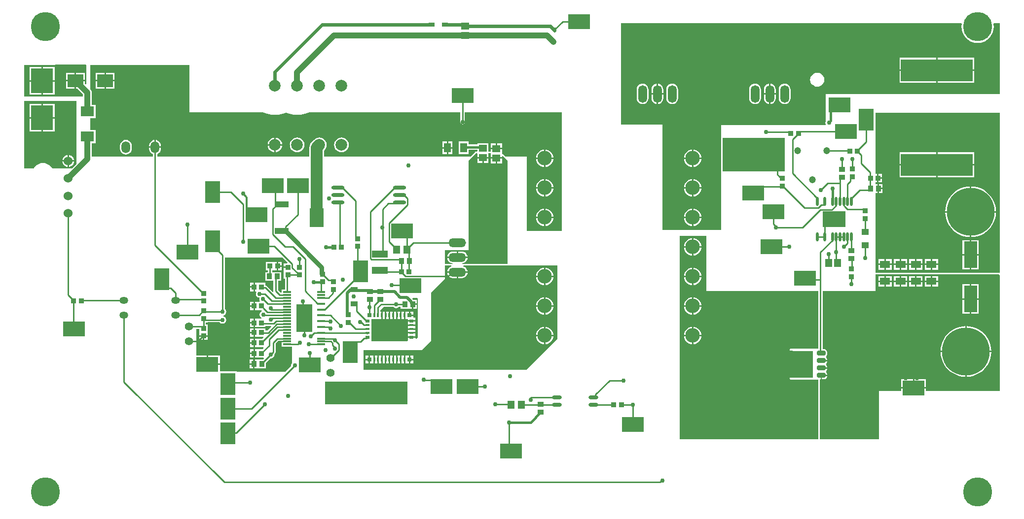
<source format=gtl>
G04*
G04 #@! TF.GenerationSoftware,Altium Limited,Altium Designer,19.0.15 (446)*
G04*
G04 Layer_Physical_Order=1*
G04 Layer_Color=255*
%FSLAX25Y25*%
%MOIN*%
G70*
G01*
G75*
%ADD10C,0.01000*%
%ADD12C,0.02362*%
%ADD61C,0.00787*%
%ADD67C,0.04724*%
%ADD70R,0.14961X0.09843*%
%ADD71R,0.09843X0.14961*%
%ADD72R,0.03347X0.03740*%
%ADD73C,0.32284*%
%ADD74O,0.08858X0.02559*%
%ADD75R,0.09000X0.07000*%
%ADD76R,0.15197X0.10787*%
%ADD77O,0.01772X0.06299*%
%ADD78R,0.03150X0.02362*%
%ADD79R,0.24410X0.14764*%
%ADD80R,0.03150X0.03150*%
%ADD81R,0.01575X0.03150*%
%ADD82R,0.03150X0.01575*%
%ADD83R,0.03740X0.03347*%
%ADD84R,0.03543X0.03937*%
%ADD85R,0.09055X0.17913*%
%ADD86R,0.05118X0.05512*%
%ADD87R,0.03937X0.03543*%
%ADD88R,0.05118X0.04331*%
%ADD89R,0.16142X0.18347*%
G04:AMPARAMS|DCode=90|XSize=33.47mil|YSize=57.09mil|CornerRadius=8.37mil|HoleSize=0mil|Usage=FLASHONLY|Rotation=90.000|XOffset=0mil|YOffset=0mil|HoleType=Round|Shape=RoundedRectangle|*
%AMROUNDEDRECTD90*
21,1,0.03347,0.04035,0,0,90.0*
21,1,0.01673,0.05709,0,0,90.0*
1,1,0.01673,0.02018,0.00837*
1,1,0.01673,0.02018,-0.00837*
1,1,0.01673,-0.02018,-0.00837*
1,1,0.01673,-0.02018,0.00837*
%
%ADD90ROUNDEDRECTD90*%
%ADD91O,0.06693X0.02362*%
%ADD92R,0.04528X0.05315*%
%ADD93R,0.10630X0.08661*%
%ADD94R,0.09252X0.12795*%
%ADD95R,0.09252X0.03937*%
%ADD96R,0.10630X0.18701*%
%ADD97R,0.05709X0.01181*%
%ADD98R,0.04724X0.03347*%
%ADD99O,0.05906X0.04724*%
%ADD100R,0.48504X0.15059*%
%ADD101R,0.10630X0.05118*%
%ADD102R,0.15000X0.16693*%
%ADD103R,0.04724X0.06496*%
%ADD104R,0.05512X0.05118*%
%ADD105R,0.07087X0.05118*%
%ADD106R,0.03937X0.02559*%
%ADD107C,0.01575*%
%ADD108C,0.02953*%
%ADD109C,0.07874*%
%ADD110C,0.02000*%
%ADD111C,0.01200*%
%ADD112C,0.03937*%
%ADD113C,0.06000*%
%ADD114O,0.11811X0.05906*%
%ADD115C,0.05512*%
%ADD116O,0.05906X0.07874*%
%ADD117O,0.05906X0.11811*%
%ADD118C,0.09843*%
%ADD119C,0.07874*%
%ADD120C,0.03000*%
%ADD121C,0.01968*%
%ADD122C,0.19685*%
G36*
X664567Y288976D02*
X546850Y288976D01*
X546850Y270624D01*
X546664Y269685D01*
X546850Y268746D01*
Y268110D01*
X476378Y268110D01*
Y197072D01*
X466314Y197072D01*
X436614Y197072D01*
Y268504D01*
X408661Y268504D01*
Y337008D01*
X638538D01*
X638910Y336537D01*
X638864Y336347D01*
X638730Y334646D01*
X638864Y332944D01*
X639263Y331285D01*
X639916Y329708D01*
X640807Y328253D01*
X641916Y326955D01*
X643214Y325847D01*
X644669Y324955D01*
X646245Y324302D01*
X647905Y323903D01*
X649606Y323770D01*
X651308Y323903D01*
X652967Y324302D01*
X654544Y324955D01*
X655999Y325847D01*
X657297Y326955D01*
X658405Y328253D01*
X659297Y329708D01*
X659950Y331285D01*
X660348Y332944D01*
X660482Y334646D01*
X660348Y336347D01*
X660303Y336537D01*
X660674Y337008D01*
X664567D01*
X664567Y288976D01*
D02*
G37*
G36*
X47284Y308591D02*
Y295924D01*
X46729Y295694D01*
X46236Y296187D01*
Y297768D01*
X40421D01*
Y292937D01*
X41049D01*
X41151Y292804D01*
X45037Y288917D01*
Y287520D01*
X5433D01*
Y308898D01*
X46859Y309015D01*
X47284Y308591D01*
D02*
G37*
G36*
X320654Y246350D02*
X324409D01*
X328165D01*
Y247216D01*
X328720Y247446D01*
X331890Y244276D01*
X331890Y174016D01*
X301175D01*
X301136Y174616D01*
X302016Y174732D01*
X302978Y175130D01*
X303803Y175763D01*
X304437Y176589D01*
X304835Y177551D01*
X304905Y178083D01*
X298031D01*
X291158D01*
X291228Y177551D01*
X291626Y176589D01*
X292260Y175763D01*
X293085Y175130D01*
X294047Y174732D01*
X294927Y174616D01*
X294888Y174016D01*
X289567D01*
Y183465D01*
X305512D01*
X305512Y244094D01*
X310605Y249187D01*
X311207Y249158D01*
X311598Y248613D01*
Y246563D01*
X315354D01*
X319110D01*
Y249213D01*
X320654D01*
Y246350D01*
D02*
G37*
G36*
X40551Y241754D02*
X37734Y238937D01*
X24170D01*
X23966Y239319D01*
X23078Y240401D01*
X21996Y241288D01*
X20763Y241948D01*
X19424Y242354D01*
X18032Y242491D01*
X16639Y242354D01*
X15300Y241948D01*
X14067Y241288D01*
X12985Y240401D01*
X12098Y239319D01*
X11893Y238937D01*
X5433D01*
Y284370D01*
X40551D01*
Y241754D01*
D02*
G37*
G36*
X519135Y236781D02*
X477397D01*
Y259615D01*
X519135D01*
Y236781D01*
D02*
G37*
G36*
X116929Y276772D02*
X166661D01*
X167215Y276499D01*
X169658Y275669D01*
X172189Y275166D01*
X174764Y274997D01*
X177339Y275166D01*
X179870Y275669D01*
X182264Y276482D01*
X184658Y275669D01*
X187189Y275166D01*
X189764Y274997D01*
X192339Y275166D01*
X194870Y275669D01*
X197313Y276499D01*
X197866Y276772D01*
X300046D01*
Y270079D01*
X300162Y269494D01*
X300494Y268998D01*
X300990Y268666D01*
X301575Y268549D01*
X302160Y268666D01*
X302657Y268998D01*
X302988Y269494D01*
X303104Y270079D01*
Y276772D01*
X368504D01*
Y196457D01*
X344882D01*
Y246850D01*
X330757D01*
X329441Y248167D01*
X329110Y248388D01*
X328720Y248465D01*
X328708Y248468D01*
X328165Y248945D01*
Y251650D01*
X324409D01*
X320654D01*
Y250232D01*
X319110D01*
Y255921D01*
X311598D01*
Y255021D01*
X305724D01*
Y257004D01*
X299000D01*
Y248508D01*
X305724D01*
Y251376D01*
X311598D01*
Y250720D01*
X311545Y250589D01*
X310998Y250189D01*
X310654Y250206D01*
X310629Y250202D01*
X310605Y250207D01*
X310433Y250173D01*
X310261Y250147D01*
X310239Y250134D01*
X310214Y250129D01*
X310069Y250032D01*
X309920Y249943D01*
X309905Y249922D01*
X309884Y249908D01*
X306826Y246850D01*
X207943D01*
Y250862D01*
X208285Y251203D01*
X209076Y252235D01*
X209574Y253436D01*
X209743Y254724D01*
X209574Y256013D01*
X209076Y257214D01*
X208285Y258245D01*
X207254Y259037D01*
X206053Y259534D01*
X204764Y259704D01*
X203475Y259534D01*
X202274Y259037D01*
X201243Y258245D01*
X199443Y256445D01*
X198651Y255414D01*
X198154Y254213D01*
X197984Y252924D01*
X197984Y252924D01*
Y246850D01*
X95230D01*
Y248520D01*
X95694Y248713D01*
X96520Y249346D01*
X97154Y250172D01*
X97552Y251133D01*
X97688Y252165D01*
Y252650D01*
X89714D01*
Y252165D01*
X89850Y251133D01*
X90248Y250172D01*
X90882Y249346D01*
X91707Y248713D01*
X92171Y248520D01*
Y246850D01*
X51026D01*
Y255827D01*
X53531D01*
Y264827D01*
X50000D01*
Y272969D01*
X53531D01*
Y281968D01*
X51026D01*
Y290158D01*
X50924Y290932D01*
X50625Y291655D01*
X50149Y292275D01*
X50000Y292423D01*
Y308661D01*
X116929D01*
Y276772D01*
D02*
G37*
G36*
X365748Y123622D02*
X344488Y102362D01*
X234646D01*
X234646Y115748D01*
X274016D01*
X280315Y122047D01*
Y154921D01*
X289567Y164173D01*
Y172996D01*
X293912D01*
X294047Y172434D01*
X293085Y172035D01*
X292260Y171402D01*
X291626Y170576D01*
X291228Y169615D01*
X291158Y169083D01*
X298031D01*
X304905D01*
X304835Y169615D01*
X304437Y170576D01*
X303803Y171402D01*
X302978Y172035D01*
X302016Y172434D01*
X302151Y172996D01*
X331890D01*
X332280Y173074D01*
X332511Y173228D01*
X365748D01*
X365748Y123622D01*
D02*
G37*
G36*
X664567Y168110D02*
X580709Y168110D01*
Y222228D01*
X582079D01*
Y225197D01*
Y228165D01*
X580709D01*
Y229430D01*
X581759D01*
Y232300D01*
Y235170D01*
X580709D01*
Y276378D01*
X664567Y276378D01*
X664567Y168110D01*
D02*
G37*
G36*
X183173Y175078D02*
X182943Y174524D01*
X180595D01*
Y172350D01*
X183465D01*
Y171350D01*
X180595D01*
Y169177D01*
Y164059D01*
X181549D01*
Y156709D01*
X179217D01*
Y154738D01*
X178616Y154722D01*
X176832Y156506D01*
Y162686D01*
X179034D01*
Y168623D01*
X172888D01*
Y169888D01*
X175976D01*
Y172758D01*
Y175628D01*
X168685D01*
Y169888D01*
X169829D01*
Y168623D01*
X168176D01*
Y162686D01*
X173774D01*
Y155873D01*
X173853Y155473D01*
X173300Y155177D01*
X169417Y159060D01*
X168921Y159392D01*
X168421Y159491D01*
Y161368D01*
X161130D01*
Y158498D01*
Y155628D01*
X161857D01*
X162140Y155099D01*
X162015Y154912D01*
X161821Y153937D01*
X162015Y152962D01*
X162568Y152135D01*
X163395Y151582D01*
X163837Y151494D01*
X164367Y151372D01*
X164272Y150842D01*
X164183Y150394D01*
X164377Y149418D01*
X164564Y149139D01*
X164243Y148539D01*
X161130D01*
Y145669D01*
Y142799D01*
X165708D01*
X165861Y142238D01*
X165840Y142180D01*
X165126Y141704D01*
X164574Y140877D01*
X164380Y139901D01*
X164574Y138926D01*
X165126Y138099D01*
X165690Y137722D01*
X165508Y137122D01*
X161130D01*
Y134252D01*
Y131382D01*
X168421D01*
Y132223D01*
X171912D01*
X172141Y131668D01*
X169549Y129076D01*
X168421D01*
Y130626D01*
X161130D01*
Y127756D01*
Y124886D01*
X166838D01*
X167067Y124331D01*
X166258Y123523D01*
X161130D01*
Y120653D01*
Y117782D01*
X166838D01*
X167067Y117228D01*
X166258Y116419D01*
X161130D01*
Y113549D01*
Y110679D01*
X166936D01*
X167166Y110125D01*
X166455Y109414D01*
X161031D01*
Y106446D01*
Y103477D01*
X168618D01*
Y107252D01*
X171603Y110236D01*
X171925Y110172D01*
X172900Y110366D01*
X173727Y110919D01*
X174280Y111746D01*
X174474Y112721D01*
X174410Y113043D01*
X174685Y113319D01*
X175017Y113815D01*
X175133Y114400D01*
Y120214D01*
X176921Y122002D01*
X179217D01*
Y118095D01*
X186221D01*
Y107066D01*
X185834Y106487D01*
X185640Y105512D01*
X185704Y105190D01*
X181695Y101181D01*
X148835D01*
Y101394D01*
X137525D01*
Y105799D01*
X129045D01*
Y106299D01*
X128545D01*
Y112221D01*
X121653D01*
Y130124D01*
X123705D01*
Y127847D01*
Y125901D01*
X126575D01*
X129445D01*
Y127847D01*
Y133193D01*
X128104D01*
Y134539D01*
X129445D01*
Y134691D01*
X137385D01*
X137568Y134418D01*
X138395Y133865D01*
X139370Y133671D01*
X140346Y133865D01*
X141173Y134418D01*
X141725Y135245D01*
X141919Y136221D01*
X141725Y137196D01*
X141173Y138023D01*
X140346Y138575D01*
X139868Y138671D01*
Y139282D01*
X140346Y139377D01*
X141173Y139930D01*
X141725Y140757D01*
X141919Y141732D01*
X141725Y142708D01*
X141173Y143535D01*
X140900Y143717D01*
Y178583D01*
X179668D01*
X183173Y175078D01*
D02*
G37*
G36*
X271303Y150647D02*
Y124606D01*
X270192Y123495D01*
X269638Y123725D01*
Y124091D01*
X267063D01*
X264488D01*
Y122409D01*
X264488D01*
X264389Y121850D01*
X239807D01*
Y136772D01*
X245197Y136772D01*
X245205Y136779D01*
X246484D01*
Y139354D01*
Y141929D01*
X245953D01*
Y142917D01*
X248190Y145155D01*
X254819Y145155D01*
X254890Y145048D01*
X255717Y144495D01*
X256693Y144301D01*
X257668Y144495D01*
X258495Y145048D01*
X258566Y145155D01*
X259754D01*
Y143882D01*
X267341D01*
Y146850D01*
X267841D01*
Y147350D01*
X270612D01*
Y149819D01*
X268444D01*
X267643Y150620D01*
X268040Y151072D01*
X270879Y151072D01*
X271303Y150647D01*
D02*
G37*
G36*
X664567Y166491D02*
Y88189D01*
X614780D01*
Y89657D01*
X597819D01*
Y88189D01*
X583071D01*
Y55495D01*
X542913Y55495D01*
Y95807D01*
X543373Y95998D01*
X543411Y96090D01*
X543411D01*
X543563Y96457D01*
Y98799D01*
X543898D01*
Y99299D01*
X547788D01*
Y99636D01*
X547645Y100352D01*
X547259Y100930D01*
X547181Y101095D01*
Y101504D01*
X547259Y101668D01*
X547645Y102246D01*
X547788Y102963D01*
Y103299D01*
X543898D01*
Y104299D01*
X547788D01*
Y104636D01*
X547645Y105352D01*
X547259Y105930D01*
X547181Y106095D01*
Y106504D01*
X547259Y106668D01*
X547645Y107246D01*
X547788Y107963D01*
Y108299D01*
X543898D01*
Y109299D01*
X547788D01*
Y109636D01*
X547645Y110352D01*
X547259Y110930D01*
X547181Y111095D01*
Y111504D01*
X547259Y111668D01*
X547645Y112246D01*
X547788Y112963D01*
Y114636D01*
X547645Y115352D01*
X547239Y115960D01*
X546632Y116366D01*
X545915Y116508D01*
X544959D01*
Y155905D01*
X580709D01*
Y167091D01*
X663967Y167091D01*
X664567Y166491D01*
D02*
G37*
G36*
X264173Y79176D02*
X208661D01*
Y94488D01*
X264173D01*
Y79176D01*
D02*
G37*
G36*
X466142Y155905D02*
X541901Y155905D01*
Y116791D01*
X523228D01*
X522769Y116601D01*
X522579Y116142D01*
Y96457D01*
X522769Y95998D01*
X523228Y95807D01*
X541894D01*
Y55512D01*
X448425Y55512D01*
Y193307D01*
X466142D01*
X466142Y155905D01*
D02*
G37*
%LPC*%
G36*
X647299Y313736D02*
X622547D01*
Y305707D01*
X647299D01*
Y313736D01*
D02*
G37*
G36*
X621547D02*
X596795D01*
Y305707D01*
X621547D01*
Y313736D01*
D02*
G37*
G36*
X647299Y304707D02*
X622547D01*
Y296677D01*
X647299D01*
Y304707D01*
D02*
G37*
G36*
X621547D02*
X596795D01*
Y296677D01*
X621547D01*
Y304707D01*
D02*
G37*
G36*
X541212Y303627D02*
X539972Y303464D01*
X538816Y302985D01*
X537824Y302224D01*
X537063Y301232D01*
X536584Y300076D01*
X536421Y298836D01*
X536584Y297596D01*
X537063Y296441D01*
X537824Y295448D01*
X538816Y294687D01*
X539972Y294208D01*
X541212Y294045D01*
X542452Y294208D01*
X543607Y294687D01*
X544599Y295448D01*
X545361Y296441D01*
X545840Y297596D01*
X546003Y298836D01*
X545840Y300076D01*
X545361Y301232D01*
X544599Y302224D01*
X543607Y302985D01*
X542452Y303464D01*
X541212Y303627D01*
D02*
G37*
G36*
X509713Y296144D02*
Y289770D01*
X513200D01*
Y292222D01*
X513064Y293254D01*
X512665Y294216D01*
X512032Y295042D01*
X511206Y295675D01*
X510245Y296074D01*
X509713Y296144D01*
D02*
G37*
G36*
X433713D02*
Y289770D01*
X437199D01*
Y292222D01*
X437064Y293254D01*
X436665Y294216D01*
X436032Y295042D01*
X435206Y295675D01*
X434244Y296074D01*
X433713Y296144D01*
D02*
G37*
G36*
X508713D02*
X508181Y296074D01*
X507219Y295675D01*
X506393Y295042D01*
X505760Y294216D01*
X505362Y293254D01*
X505226Y292222D01*
Y289770D01*
X508713D01*
Y296144D01*
D02*
G37*
G36*
X432713D02*
X432181Y296074D01*
X431219Y295675D01*
X430394Y295042D01*
X429760Y294216D01*
X429362Y293254D01*
X429226Y292222D01*
Y289770D01*
X432713D01*
Y296144D01*
D02*
G37*
G36*
X513200Y288770D02*
X509713D01*
Y282396D01*
X510245Y282466D01*
X511206Y282864D01*
X512032Y283498D01*
X512665Y284324D01*
X513064Y285285D01*
X513200Y286317D01*
Y288770D01*
D02*
G37*
G36*
X437199D02*
X433713D01*
Y282396D01*
X434244Y282466D01*
X435206Y282864D01*
X436032Y283498D01*
X436665Y284324D01*
X437064Y285285D01*
X437199Y286317D01*
Y288770D01*
D02*
G37*
G36*
X508713D02*
X505226D01*
Y286317D01*
X505362Y285285D01*
X505760Y284324D01*
X506393Y283498D01*
X507219Y282864D01*
X508181Y282466D01*
X508713Y282396D01*
Y288770D01*
D02*
G37*
G36*
X432713D02*
X429226D01*
Y286317D01*
X429362Y285285D01*
X429760Y284324D01*
X430394Y283498D01*
X431219Y282864D01*
X432181Y282466D01*
X432713Y282396D01*
Y288770D01*
D02*
G37*
G36*
X519213Y296209D02*
X518181Y296074D01*
X517219Y295675D01*
X516394Y295042D01*
X515760Y294216D01*
X515362Y293254D01*
X515226Y292222D01*
Y286317D01*
X515362Y285285D01*
X515760Y284324D01*
X516394Y283498D01*
X517219Y282864D01*
X518181Y282466D01*
X519213Y282330D01*
X520245Y282466D01*
X521206Y282864D01*
X522032Y283498D01*
X522665Y284324D01*
X523064Y285285D01*
X523200Y286317D01*
Y292222D01*
X523064Y293254D01*
X522665Y294216D01*
X522032Y295042D01*
X521206Y295675D01*
X520245Y296074D01*
X519213Y296209D01*
D02*
G37*
G36*
X499213D02*
X498181Y296074D01*
X497219Y295675D01*
X496393Y295042D01*
X495760Y294216D01*
X495362Y293254D01*
X495226Y292222D01*
Y286317D01*
X495362Y285285D01*
X495760Y284324D01*
X496393Y283498D01*
X497219Y282864D01*
X498181Y282466D01*
X499213Y282330D01*
X500245Y282466D01*
X501206Y282864D01*
X502032Y283498D01*
X502665Y284324D01*
X503064Y285285D01*
X503199Y286317D01*
Y292222D01*
X503064Y293254D01*
X502665Y294216D01*
X502032Y295042D01*
X501206Y295675D01*
X500245Y296074D01*
X499213Y296209D01*
D02*
G37*
G36*
X443213D02*
X442181Y296074D01*
X441219Y295675D01*
X440393Y295042D01*
X439760Y294216D01*
X439362Y293254D01*
X439226Y292222D01*
Y286317D01*
X439362Y285285D01*
X439760Y284324D01*
X440393Y283498D01*
X441219Y282864D01*
X442181Y282466D01*
X443213Y282330D01*
X444244Y282466D01*
X445206Y282864D01*
X446032Y283498D01*
X446665Y284324D01*
X447064Y285285D01*
X447199Y286317D01*
Y292222D01*
X447064Y293254D01*
X446665Y294216D01*
X446032Y295042D01*
X445206Y295675D01*
X444244Y296074D01*
X443213Y296209D01*
D02*
G37*
G36*
X423213D02*
X422181Y296074D01*
X421219Y295675D01*
X420394Y295042D01*
X419760Y294216D01*
X419362Y293254D01*
X419226Y292222D01*
Y286317D01*
X419362Y285285D01*
X419760Y284324D01*
X420394Y283498D01*
X421219Y282864D01*
X422181Y282466D01*
X423213Y282330D01*
X424244Y282466D01*
X425206Y282864D01*
X426032Y283498D01*
X426665Y284324D01*
X427064Y285285D01*
X427200Y286317D01*
Y292222D01*
X427064Y293254D01*
X426665Y294216D01*
X426032Y295042D01*
X425206Y295675D01*
X424244Y296074D01*
X423213Y296209D01*
D02*
G37*
G36*
X457554Y251555D02*
Y246155D01*
X462955D01*
X462890Y246815D01*
X462551Y247932D01*
X462001Y248960D01*
X461261Y249862D01*
X460360Y250602D01*
X459331Y251151D01*
X458215Y251490D01*
X457554Y251555D01*
D02*
G37*
G36*
X456554D02*
X455893Y251490D01*
X454777Y251151D01*
X453749Y250602D01*
X452847Y249862D01*
X452107Y248960D01*
X451557Y247932D01*
X451219Y246815D01*
X451154Y246155D01*
X456554D01*
Y251555D01*
D02*
G37*
G36*
Y245155D02*
X451154D01*
X451219Y244494D01*
X451557Y243378D01*
X452107Y242349D01*
X452847Y241447D01*
X453749Y240707D01*
X454777Y240158D01*
X455893Y239819D01*
X456554Y239754D01*
Y245155D01*
D02*
G37*
G36*
X462955D02*
X457554D01*
Y239754D01*
X458215Y239819D01*
X459331Y240158D01*
X460360Y240707D01*
X461261Y241447D01*
X462001Y242349D01*
X462551Y243378D01*
X462890Y244494D01*
X462955Y245155D01*
D02*
G37*
G36*
X457554Y231555D02*
Y226155D01*
X462955D01*
X462890Y226815D01*
X462551Y227931D01*
X462001Y228960D01*
X461261Y229862D01*
X460360Y230602D01*
X459331Y231152D01*
X458215Y231490D01*
X457554Y231555D01*
D02*
G37*
G36*
X456554D02*
X455893Y231490D01*
X454777Y231152D01*
X453749Y230602D01*
X452847Y229862D01*
X452107Y228960D01*
X451557Y227931D01*
X451219Y226815D01*
X451154Y226155D01*
X456554D01*
Y231555D01*
D02*
G37*
G36*
Y225155D02*
X451154D01*
X451219Y224494D01*
X451557Y223378D01*
X452107Y222349D01*
X452847Y221447D01*
X453749Y220707D01*
X454777Y220158D01*
X455893Y219819D01*
X456554Y219754D01*
Y225155D01*
D02*
G37*
G36*
X462955D02*
X457554D01*
Y219754D01*
X458215Y219819D01*
X459331Y220158D01*
X460360Y220707D01*
X461261Y221447D01*
X462001Y222349D01*
X462551Y223378D01*
X462890Y224494D01*
X462955Y225155D01*
D02*
G37*
G36*
X457554Y211555D02*
Y206155D01*
X462955D01*
X462890Y206815D01*
X462551Y207931D01*
X462001Y208960D01*
X461261Y209862D01*
X460360Y210602D01*
X459331Y211152D01*
X458215Y211490D01*
X457554Y211555D01*
D02*
G37*
G36*
X456554D02*
X455893Y211490D01*
X454777Y211152D01*
X453749Y210602D01*
X452847Y209862D01*
X452107Y208960D01*
X451557Y207931D01*
X451219Y206815D01*
X451154Y206155D01*
X456554D01*
Y211555D01*
D02*
G37*
G36*
Y205155D02*
X451154D01*
X451219Y204494D01*
X451557Y203378D01*
X452107Y202349D01*
X452847Y201447D01*
X453749Y200707D01*
X454777Y200157D01*
X455893Y199819D01*
X456554Y199754D01*
Y205155D01*
D02*
G37*
G36*
X462955D02*
X457554D01*
Y199754D01*
X458215Y199819D01*
X459331Y200157D01*
X460360Y200707D01*
X461261Y201447D01*
X462001Y202349D01*
X462551Y203378D01*
X462890Y204494D01*
X462955Y205155D01*
D02*
G37*
G36*
X46236Y303598D02*
X40421D01*
Y298768D01*
X46236D01*
Y303598D01*
D02*
G37*
G36*
X39421D02*
X33606D01*
Y298768D01*
X39421D01*
Y303598D01*
D02*
G37*
G36*
X25862Y307457D02*
X17862D01*
Y298610D01*
X25862D01*
Y307457D01*
D02*
G37*
G36*
X16862D02*
X8862D01*
Y298610D01*
X16862D01*
Y307457D01*
D02*
G37*
G36*
X39421Y297768D02*
X33606D01*
Y292937D01*
X39421D01*
Y297768D01*
D02*
G37*
G36*
X25862Y297610D02*
X17862D01*
Y288764D01*
X25862D01*
Y297610D01*
D02*
G37*
G36*
X16862D02*
X8862D01*
Y288764D01*
X16862D01*
Y297610D01*
D02*
G37*
G36*
X319110Y245563D02*
X315854D01*
Y242504D01*
X319110D01*
Y245563D01*
D02*
G37*
G36*
X314854D02*
X311598D01*
Y242504D01*
X314854D01*
Y245563D01*
D02*
G37*
G36*
X328165Y245350D02*
X324909D01*
Y242291D01*
X328165D01*
Y245350D01*
D02*
G37*
G36*
X323909D02*
X320654D01*
Y242291D01*
X323909D01*
Y245350D01*
D02*
G37*
G36*
X300984Y182570D02*
X298532D01*
Y179083D01*
X304905D01*
X304835Y179615D01*
X304437Y180576D01*
X303803Y181402D01*
X302978Y182035D01*
X302016Y182434D01*
X300984Y182570D01*
D02*
G37*
G36*
X297532D02*
X295079D01*
X294047Y182434D01*
X293085Y182035D01*
X292260Y181402D01*
X291626Y180576D01*
X291228Y179615D01*
X291158Y179083D01*
X297532D01*
Y182570D01*
D02*
G37*
G36*
X25862Y282339D02*
X17862D01*
Y273492D01*
X25862D01*
Y282339D01*
D02*
G37*
G36*
X16862D02*
X8862D01*
Y273492D01*
X16862D01*
Y282339D01*
D02*
G37*
G36*
X25862Y272492D02*
X17862D01*
Y263646D01*
X25862D01*
Y272492D01*
D02*
G37*
G36*
X16862D02*
X8862D01*
Y263646D01*
X16862D01*
Y272492D01*
D02*
G37*
G36*
X35539Y247788D02*
Y244319D01*
X39008D01*
X38936Y244863D01*
X38533Y245836D01*
X37892Y246672D01*
X37057Y247313D01*
X36084Y247716D01*
X35539Y247788D01*
D02*
G37*
G36*
X34539D02*
X33995Y247716D01*
X33022Y247313D01*
X32186Y246672D01*
X31545Y245836D01*
X31142Y244863D01*
X31071Y244319D01*
X34539D01*
Y247788D01*
D02*
G37*
G36*
X39008Y243319D02*
X35539D01*
Y239850D01*
X36084Y239922D01*
X37057Y240325D01*
X37892Y240966D01*
X38533Y241802D01*
X38936Y242775D01*
X39008Y243319D01*
D02*
G37*
G36*
X34539D02*
X31071D01*
X31142Y242775D01*
X31545Y241802D01*
X32186Y240966D01*
X33022Y240325D01*
X33995Y239922D01*
X34539Y239850D01*
Y243319D01*
D02*
G37*
G36*
X66315Y303598D02*
X60500D01*
Y298768D01*
X66315D01*
Y303598D01*
D02*
G37*
G36*
X59500D02*
X53685D01*
Y298768D01*
X59500D01*
Y303598D01*
D02*
G37*
G36*
X66315Y297768D02*
X60500D01*
Y292937D01*
X66315D01*
Y297768D01*
D02*
G37*
G36*
X59500D02*
X53685D01*
Y292937D01*
X59500D01*
Y297768D01*
D02*
G37*
G36*
X175264Y259638D02*
Y255224D01*
X179678D01*
X179574Y256013D01*
X179076Y257214D01*
X178285Y258245D01*
X177254Y259037D01*
X176053Y259534D01*
X175264Y259638D01*
D02*
G37*
G36*
X174264D02*
X173475Y259534D01*
X172274Y259037D01*
X171243Y258245D01*
X170451Y257214D01*
X169954Y256013D01*
X169850Y255224D01*
X174264D01*
Y259638D01*
D02*
G37*
G36*
X94201Y258055D02*
Y253650D01*
X97688D01*
Y254134D01*
X97552Y255166D01*
X97154Y256127D01*
X96520Y256953D01*
X95694Y257587D01*
X94733Y257985D01*
X94201Y258055D01*
D02*
G37*
G36*
X93201D02*
X92669Y257985D01*
X91707Y257587D01*
X90882Y256953D01*
X90248Y256127D01*
X89850Y255166D01*
X89714Y254134D01*
Y253650D01*
X93201D01*
Y258055D01*
D02*
G37*
G36*
X294701Y257004D02*
X291839D01*
Y253256D01*
X294701D01*
Y257004D01*
D02*
G37*
G36*
X290839D02*
X287976D01*
Y253256D01*
X290839D01*
Y257004D01*
D02*
G37*
G36*
X328165Y255709D02*
X324909D01*
Y252650D01*
X328165D01*
Y255709D01*
D02*
G37*
G36*
X323909D02*
X320654D01*
Y252650D01*
X323909D01*
Y255709D01*
D02*
G37*
G36*
X174264Y254224D02*
X169850D01*
X169954Y253436D01*
X170451Y252235D01*
X171243Y251203D01*
X172274Y250412D01*
X173475Y249915D01*
X174264Y249811D01*
Y254224D01*
D02*
G37*
G36*
X179678D02*
X175264D01*
Y249811D01*
X176053Y249915D01*
X177254Y250412D01*
X178285Y251203D01*
X179076Y252235D01*
X179574Y253436D01*
X179678Y254224D01*
D02*
G37*
G36*
X219764Y259704D02*
X218475Y259534D01*
X217274Y259037D01*
X216243Y258245D01*
X215451Y257214D01*
X214954Y256013D01*
X214784Y254724D01*
X214954Y253436D01*
X215451Y252235D01*
X216243Y251203D01*
X217274Y250412D01*
X218475Y249915D01*
X219764Y249745D01*
X221053Y249915D01*
X222254Y250412D01*
X223285Y251203D01*
X224076Y252235D01*
X224574Y253436D01*
X224743Y254724D01*
X224574Y256013D01*
X224076Y257214D01*
X223285Y258245D01*
X222254Y259037D01*
X221053Y259534D01*
X219764Y259704D01*
D02*
G37*
G36*
X189764D02*
X188475Y259534D01*
X187274Y259037D01*
X186243Y258245D01*
X185451Y257214D01*
X184954Y256013D01*
X184784Y254724D01*
X184954Y253436D01*
X185451Y252235D01*
X186243Y251203D01*
X187274Y250412D01*
X188475Y249915D01*
X189764Y249745D01*
X191053Y249915D01*
X192254Y250412D01*
X193285Y251203D01*
X194076Y252235D01*
X194574Y253436D01*
X194743Y254724D01*
X194574Y256013D01*
X194076Y257214D01*
X193285Y258245D01*
X192254Y259037D01*
X191053Y259534D01*
X189764Y259704D01*
D02*
G37*
G36*
X294701Y252256D02*
X291839D01*
Y248508D01*
X294701D01*
Y252256D01*
D02*
G37*
G36*
X290839D02*
X287976D01*
Y248508D01*
X290839D01*
Y252256D01*
D02*
G37*
G36*
X74016Y258121D02*
X72984Y257985D01*
X72022Y257587D01*
X71197Y256953D01*
X70563Y256127D01*
X70165Y255166D01*
X70029Y254134D01*
Y252165D01*
X70165Y251133D01*
X70563Y250172D01*
X71197Y249346D01*
X72022Y248713D01*
X72984Y248314D01*
X74016Y248179D01*
X75048Y248314D01*
X76009Y248713D01*
X76835Y249346D01*
X77469Y250172D01*
X77867Y251133D01*
X78003Y252165D01*
Y254134D01*
X77867Y255166D01*
X77469Y256127D01*
X76835Y256953D01*
X76009Y257587D01*
X75048Y257985D01*
X74016Y258121D01*
D02*
G37*
G36*
X357554Y251555D02*
Y246155D01*
X362955D01*
X362890Y246815D01*
X362551Y247932D01*
X362001Y248960D01*
X361261Y249862D01*
X360360Y250602D01*
X359331Y251151D01*
X358215Y251490D01*
X357554Y251555D01*
D02*
G37*
G36*
X356554D02*
X355893Y251490D01*
X354777Y251151D01*
X353748Y250602D01*
X352847Y249862D01*
X352107Y248960D01*
X351557Y247932D01*
X351219Y246815D01*
X351153Y246155D01*
X356554D01*
Y251555D01*
D02*
G37*
G36*
X357054Y245655D02*
D01*
D01*
D01*
D02*
G37*
G36*
X356554Y245155D02*
X351153D01*
X351219Y244494D01*
X351557Y243378D01*
X352107Y242349D01*
X352847Y241447D01*
X353748Y240707D01*
X354777Y240158D01*
X355893Y239819D01*
X356554Y239754D01*
Y245155D01*
D02*
G37*
G36*
X362955D02*
X357554D01*
Y239754D01*
X358215Y239819D01*
X359331Y240158D01*
X360360Y240707D01*
X361261Y241447D01*
X362001Y242349D01*
X362551Y243378D01*
X362890Y244494D01*
X362955Y245155D01*
D02*
G37*
G36*
X357554Y231555D02*
Y226155D01*
X362955D01*
X362890Y226815D01*
X362551Y227931D01*
X362001Y228960D01*
X361261Y229862D01*
X360360Y230602D01*
X359331Y231152D01*
X358215Y231490D01*
X357554Y231555D01*
D02*
G37*
G36*
X356554D02*
X355893Y231490D01*
X354777Y231152D01*
X353748Y230602D01*
X352847Y229862D01*
X352107Y228960D01*
X351557Y227931D01*
X351219Y226815D01*
X351153Y226155D01*
X356554D01*
Y231555D01*
D02*
G37*
G36*
Y225155D02*
X351153D01*
X351219Y224494D01*
X351557Y223378D01*
X352107Y222349D01*
X352847Y221447D01*
X353748Y220707D01*
X354777Y220158D01*
X355893Y219819D01*
X356554Y219754D01*
Y225155D01*
D02*
G37*
G36*
X362955D02*
X357554D01*
Y219754D01*
X358215Y219819D01*
X359331Y220158D01*
X360360Y220707D01*
X361261Y221447D01*
X362001Y222349D01*
X362551Y223378D01*
X362890Y224494D01*
X362955Y225155D01*
D02*
G37*
G36*
X357554Y211555D02*
Y206155D01*
X362955D01*
X362890Y206815D01*
X362551Y207931D01*
X362001Y208960D01*
X361261Y209862D01*
X360360Y210602D01*
X359331Y211152D01*
X358215Y211490D01*
X357554Y211555D01*
D02*
G37*
G36*
X356554D02*
X355893Y211490D01*
X354777Y211152D01*
X353748Y210602D01*
X352847Y209862D01*
X352107Y208960D01*
X351557Y207931D01*
X351219Y206815D01*
X351153Y206155D01*
X356554D01*
Y211555D01*
D02*
G37*
G36*
Y205155D02*
X351153D01*
X351219Y204494D01*
X351557Y203378D01*
X352107Y202349D01*
X352847Y201447D01*
X353748Y200707D01*
X354777Y200157D01*
X355893Y199819D01*
X356554Y199754D01*
Y205155D01*
D02*
G37*
G36*
X362955D02*
X357554D01*
Y199754D01*
X358215Y199819D01*
X359331Y200157D01*
X360360Y200707D01*
X361261Y201447D01*
X362001Y202349D01*
X362551Y203378D01*
X362890Y204494D01*
X362955Y205155D01*
D02*
G37*
G36*
X357554Y171555D02*
Y166155D01*
X362955D01*
X362890Y166815D01*
X362551Y167931D01*
X362001Y168960D01*
X361261Y169862D01*
X360360Y170602D01*
X359331Y171151D01*
X358215Y171490D01*
X357554Y171555D01*
D02*
G37*
G36*
X356554D02*
X355893Y171490D01*
X354777Y171151D01*
X353748Y170602D01*
X352847Y169862D01*
X352107Y168960D01*
X351557Y167931D01*
X351219Y166815D01*
X351153Y166155D01*
X356554D01*
Y171555D01*
D02*
G37*
G36*
X304905Y168083D02*
X298532D01*
Y164596D01*
X300984D01*
X302016Y164732D01*
X302978Y165130D01*
X303803Y165763D01*
X304437Y166589D01*
X304835Y167551D01*
X304905Y168083D01*
D02*
G37*
G36*
X297532D02*
X291158D01*
X291228Y167551D01*
X291626Y166589D01*
X292260Y165763D01*
X293085Y165130D01*
X294047Y164732D01*
X295079Y164596D01*
X297532D01*
Y168083D01*
D02*
G37*
G36*
X356554Y165155D02*
X351153D01*
X351219Y164494D01*
X351557Y163378D01*
X352107Y162349D01*
X352847Y161447D01*
X353748Y160707D01*
X354777Y160158D01*
X355893Y159819D01*
X356554Y159754D01*
Y165155D01*
D02*
G37*
G36*
X362955D02*
X357554D01*
Y159754D01*
X358215Y159819D01*
X359331Y160158D01*
X360360Y160707D01*
X361261Y161447D01*
X362001Y162349D01*
X362551Y163378D01*
X362890Y164494D01*
X362955Y165155D01*
D02*
G37*
G36*
X357554Y151555D02*
Y146155D01*
X362955D01*
X362890Y146815D01*
X362551Y147932D01*
X362001Y148960D01*
X361261Y149862D01*
X360360Y150602D01*
X359331Y151152D01*
X358215Y151490D01*
X357554Y151555D01*
D02*
G37*
G36*
X356554D02*
X355893Y151490D01*
X354777Y151152D01*
X353748Y150602D01*
X352847Y149862D01*
X352107Y148960D01*
X351557Y147932D01*
X351219Y146815D01*
X351153Y146155D01*
X356554D01*
Y151555D01*
D02*
G37*
G36*
Y145155D02*
X351153D01*
X351219Y144494D01*
X351557Y143378D01*
X352107Y142349D01*
X352847Y141447D01*
X353748Y140707D01*
X354777Y140157D01*
X355893Y139819D01*
X356554Y139754D01*
Y145155D01*
D02*
G37*
G36*
X362955D02*
X357554D01*
Y139754D01*
X358215Y139819D01*
X359331Y140157D01*
X360360Y140707D01*
X361261Y141447D01*
X362001Y142349D01*
X362551Y143378D01*
X362890Y144494D01*
X362955Y145155D01*
D02*
G37*
G36*
X357554Y131555D02*
Y126155D01*
X362955D01*
X362890Y126815D01*
X362551Y127931D01*
X362001Y128960D01*
X361261Y129862D01*
X360360Y130602D01*
X359331Y131151D01*
X358215Y131490D01*
X357554Y131555D01*
D02*
G37*
G36*
X356554D02*
X355893Y131490D01*
X354777Y131151D01*
X353748Y130602D01*
X352847Y129862D01*
X352107Y128960D01*
X351557Y127931D01*
X351219Y126815D01*
X351153Y126155D01*
X356554D01*
Y131555D01*
D02*
G37*
G36*
Y125155D02*
X351153D01*
X351219Y124494D01*
X351557Y123378D01*
X352107Y122349D01*
X352847Y121447D01*
X353748Y120707D01*
X354777Y120158D01*
X355893Y119819D01*
X356554Y119754D01*
Y125155D01*
D02*
G37*
G36*
X362955D02*
X357554D01*
Y119754D01*
X358215Y119819D01*
X359331Y120158D01*
X360360Y120707D01*
X361261Y121447D01*
X362001Y122349D01*
X362551Y123378D01*
X362890Y124494D01*
X362955Y125155D01*
D02*
G37*
G36*
X268260Y112008D02*
X266185D01*
Y109933D01*
X268260D01*
Y112008D01*
D02*
G37*
G36*
X238020D02*
X235945D01*
Y109933D01*
X238020D01*
Y112008D01*
D02*
G37*
G36*
X268260Y108933D02*
X266185D01*
Y106858D01*
X268260D01*
Y108933D01*
D02*
G37*
G36*
X265185Y112008D02*
X262839D01*
Y109433D01*
Y106858D01*
X265185D01*
Y109433D01*
Y112008D01*
D02*
G37*
G36*
X261839D02*
X260279D01*
Y109433D01*
Y106858D01*
X261839D01*
Y109433D01*
Y112008D01*
D02*
G37*
G36*
X259279D02*
X257720D01*
Y109433D01*
Y106858D01*
X259279D01*
Y109433D01*
Y112008D01*
D02*
G37*
G36*
X256720D02*
X255161D01*
Y109433D01*
Y106858D01*
X256720D01*
Y109433D01*
Y112008D01*
D02*
G37*
G36*
X254161D02*
X252602D01*
Y109433D01*
Y106858D01*
X254161D01*
Y109433D01*
Y112008D01*
D02*
G37*
G36*
X251602D02*
X250043D01*
Y109433D01*
Y106858D01*
X251602D01*
Y109433D01*
Y112008D01*
D02*
G37*
G36*
X249043D02*
X247484D01*
Y109433D01*
Y106858D01*
X249043D01*
Y109433D01*
Y112008D01*
D02*
G37*
G36*
X246484D02*
X244925D01*
Y109433D01*
Y106858D01*
X246484D01*
Y109433D01*
Y112008D01*
D02*
G37*
G36*
X243925D02*
X242366D01*
Y109433D01*
Y106858D01*
X243925D01*
Y109433D01*
Y112008D01*
D02*
G37*
G36*
X241366D02*
X239020D01*
Y109433D01*
Y106858D01*
X241366D01*
Y109433D01*
Y112008D01*
D02*
G37*
G36*
X238020Y108933D02*
X235945D01*
Y106858D01*
X238020D01*
Y108933D01*
D02*
G37*
G36*
X647299Y249780D02*
X622547D01*
Y241750D01*
X647299D01*
Y249780D01*
D02*
G37*
G36*
X621547D02*
X596795D01*
Y241750D01*
X621547D01*
Y249780D01*
D02*
G37*
G36*
X584932Y235170D02*
X582759D01*
Y232800D01*
X584932D01*
Y235170D01*
D02*
G37*
G36*
X647299Y240750D02*
X622547D01*
Y232720D01*
X647299D01*
Y240750D01*
D02*
G37*
G36*
X621547D02*
X596795D01*
Y232720D01*
X621547D01*
Y240750D01*
D02*
G37*
G36*
X584932Y231800D02*
X582759D01*
Y229430D01*
X584932D01*
Y231800D01*
D02*
G37*
G36*
X585350Y228165D02*
X583079D01*
Y225697D01*
X585350D01*
Y228165D01*
D02*
G37*
G36*
Y224697D02*
X583079D01*
Y222228D01*
X585350D01*
Y224697D01*
D02*
G37*
G36*
X645382Y226619D02*
Y209973D01*
X662028D01*
X661913Y211716D01*
X661475Y213920D01*
X660753Y216047D01*
X659759Y218063D01*
X658510Y219931D01*
X657029Y221620D01*
X655339Y223102D01*
X653471Y224351D01*
X651456Y225344D01*
X649328Y226067D01*
X647124Y226505D01*
X645382Y226619D01*
D02*
G37*
G36*
X644382D02*
X642640Y226505D01*
X640436Y226067D01*
X638308Y225344D01*
X636293Y224351D01*
X634424Y223102D01*
X632735Y221620D01*
X631253Y219931D01*
X630005Y218063D01*
X629011Y216047D01*
X628289Y213920D01*
X627850Y211716D01*
X627736Y209973D01*
X644382D01*
Y226619D01*
D02*
G37*
G36*
X662028Y208973D02*
X645382D01*
Y192328D01*
X647124Y192442D01*
X649328Y192880D01*
X651456Y193603D01*
X653471Y194596D01*
X655339Y195845D01*
X657029Y197326D01*
X658510Y199016D01*
X659759Y200884D01*
X660753Y202900D01*
X661475Y205027D01*
X661913Y207231D01*
X662028Y208973D01*
D02*
G37*
G36*
X644382D02*
X627736D01*
X627850Y207231D01*
X628289Y205027D01*
X629011Y202900D01*
X630005Y200884D01*
X631253Y199016D01*
X632735Y197326D01*
X634424Y195845D01*
X636293Y194596D01*
X638308Y193603D01*
X640436Y192880D01*
X642640Y192442D01*
X644382Y192328D01*
Y208973D01*
D02*
G37*
G36*
X650410Y190272D02*
X645382D01*
Y180815D01*
X650410D01*
Y190272D01*
D02*
G37*
G36*
X644382D02*
X639354D01*
Y180815D01*
X644382D01*
Y190272D01*
D02*
G37*
G36*
X591551Y177378D02*
X587508D01*
Y174319D01*
X591551D01*
Y177378D01*
D02*
G37*
G36*
X586508D02*
X582465D01*
Y174319D01*
X586508D01*
Y177378D01*
D02*
G37*
G36*
X622901Y177378D02*
X618857D01*
Y174319D01*
X622901D01*
Y177378D01*
D02*
G37*
G36*
X602001D02*
X597958D01*
Y174319D01*
X602001D01*
Y177378D01*
D02*
G37*
G36*
X612451D02*
X608407D01*
Y174319D01*
X612451D01*
Y177378D01*
D02*
G37*
G36*
X607407D02*
X603364D01*
Y174319D01*
X607407D01*
Y177378D01*
D02*
G37*
G36*
X617857D02*
X613814D01*
Y174319D01*
X617857D01*
Y177378D01*
D02*
G37*
G36*
X596958D02*
X592914D01*
Y174319D01*
X596958D01*
Y177378D01*
D02*
G37*
G36*
X650410Y179815D02*
X645382D01*
Y170358D01*
X650410D01*
Y179815D01*
D02*
G37*
G36*
X644382D02*
X639354D01*
Y170358D01*
X644382D01*
Y179815D01*
D02*
G37*
G36*
X622901Y173319D02*
X618857D01*
Y170260D01*
X622901D01*
Y173319D01*
D02*
G37*
G36*
X617857D02*
X613814D01*
Y170260D01*
X617857D01*
Y173319D01*
D02*
G37*
G36*
X612451D02*
X608407D01*
Y170260D01*
X612451D01*
Y173319D01*
D02*
G37*
G36*
X607407D02*
X603364D01*
Y170260D01*
X607407D01*
Y173319D01*
D02*
G37*
G36*
X602001D02*
X597958D01*
Y170260D01*
X602001D01*
Y173319D01*
D02*
G37*
G36*
X596958D02*
X592914D01*
Y170260D01*
X596958D01*
Y173319D01*
D02*
G37*
G36*
X591551Y173319D02*
X587508D01*
Y170260D01*
X591551D01*
Y173319D01*
D02*
G37*
G36*
X586508D02*
X582465D01*
Y170260D01*
X586508D01*
Y173319D01*
D02*
G37*
G36*
X179150Y175628D02*
X176976D01*
Y173258D01*
X179150D01*
Y175628D01*
D02*
G37*
G36*
Y172258D02*
X176976D01*
Y169888D01*
X179150D01*
Y172258D01*
D02*
G37*
G36*
X160130Y161368D02*
X157957D01*
Y158998D01*
X160130D01*
Y161368D01*
D02*
G37*
G36*
Y157998D02*
X157957D01*
Y155628D01*
X160130D01*
Y157998D01*
D02*
G37*
G36*
Y148539D02*
X157957D01*
Y146169D01*
X160130D01*
Y148539D01*
D02*
G37*
G36*
Y145169D02*
X157957D01*
Y142799D01*
X160130D01*
Y145169D01*
D02*
G37*
G36*
X160130Y137122D02*
X157957D01*
Y134752D01*
X160130D01*
Y137122D01*
D02*
G37*
G36*
Y133752D02*
X157957D01*
Y131382D01*
X160130D01*
Y133752D01*
D02*
G37*
G36*
X160130Y130626D02*
X157957D01*
Y128256D01*
X160130D01*
Y130626D01*
D02*
G37*
G36*
Y127256D02*
X157957D01*
Y124886D01*
X160130D01*
Y127256D01*
D02*
G37*
G36*
X129445Y124901D02*
X127075D01*
Y122728D01*
X129445D01*
Y124901D01*
D02*
G37*
G36*
X126075D02*
X123705D01*
Y122728D01*
X126075D01*
Y124901D01*
D02*
G37*
G36*
X160130Y123523D02*
X157957D01*
Y121153D01*
X160130D01*
Y123523D01*
D02*
G37*
G36*
Y120153D02*
X157957D01*
Y117782D01*
X160130D01*
Y120153D01*
D02*
G37*
G36*
Y116419D02*
X157957D01*
Y114049D01*
X160130D01*
Y116419D01*
D02*
G37*
G36*
Y113049D02*
X157957D01*
Y110679D01*
X160130D01*
Y113049D01*
D02*
G37*
G36*
X160031Y109414D02*
X157760D01*
Y106946D01*
X160031D01*
Y109414D01*
D02*
G37*
G36*
X137525Y112221D02*
X129545D01*
Y106799D01*
X137525D01*
Y112221D01*
D02*
G37*
G36*
X160031Y105946D02*
X157760D01*
Y103477D01*
X160031D01*
Y105946D01*
D02*
G37*
G36*
X270612Y146350D02*
X268341D01*
Y143882D01*
X270612D01*
Y146350D01*
D02*
G37*
G36*
X268260Y141929D02*
X266185D01*
Y139854D01*
X268260D01*
Y141929D01*
D02*
G37*
G36*
X261839D02*
X260279D01*
Y139354D01*
Y136779D01*
X261839D01*
Y139354D01*
Y141929D01*
D02*
G37*
G36*
X259279D02*
X257720D01*
Y139354D01*
Y136779D01*
X259279D01*
Y139354D01*
Y141929D01*
D02*
G37*
G36*
X256720D02*
X255161D01*
Y139354D01*
Y136779D01*
X256720D01*
Y139354D01*
Y141929D01*
D02*
G37*
G36*
X254161D02*
X252602D01*
Y139354D01*
Y136779D01*
X254161D01*
Y139354D01*
Y141929D01*
D02*
G37*
G36*
X251602D02*
X250043D01*
Y139354D01*
Y136779D01*
X251602D01*
Y139354D01*
Y141929D01*
D02*
G37*
G36*
X249043D02*
X247484D01*
Y139354D01*
Y136779D01*
X249043D01*
Y139354D01*
Y141929D01*
D02*
G37*
G36*
X265185D02*
X262839D01*
Y139354D01*
Y136779D01*
X264488D01*
Y136114D01*
X267063D01*
X269638D01*
Y137795D01*
X268260D01*
Y138854D01*
X265685D01*
Y139354D01*
X265185D01*
Y141929D01*
D02*
G37*
G36*
X269638Y135114D02*
X267063D01*
X264488D01*
Y133433D01*
Y133161D01*
X267063D01*
X269638D01*
Y133433D01*
Y135114D01*
D02*
G37*
G36*
Y132161D02*
X267063D01*
X264488D01*
Y130874D01*
Y130602D01*
X267063D01*
X269638D01*
Y130874D01*
Y132161D01*
D02*
G37*
G36*
Y129602D02*
X267063D01*
X264488D01*
Y128315D01*
Y128043D01*
X267063D01*
X269638D01*
Y128315D01*
Y129602D01*
D02*
G37*
G36*
Y127043D02*
X267063D01*
X264488D01*
Y125756D01*
Y125091D01*
X267063D01*
X269638D01*
Y127043D01*
D02*
G37*
G36*
X591551Y165961D02*
X587508D01*
Y162902D01*
X591551D01*
Y165961D01*
D02*
G37*
G36*
X586508D02*
X582465D01*
Y162902D01*
X586508D01*
Y165961D01*
D02*
G37*
G36*
X622901Y165961D02*
X618857D01*
Y162901D01*
X622901D01*
Y165961D01*
D02*
G37*
G36*
X602001D02*
X597958D01*
Y162901D01*
X602001D01*
Y165961D01*
D02*
G37*
G36*
X612451D02*
X608407D01*
Y162901D01*
X612451D01*
Y165961D01*
D02*
G37*
G36*
X607407D02*
X603364D01*
Y162901D01*
X607407D01*
Y165961D01*
D02*
G37*
G36*
X617857D02*
X613814D01*
Y162901D01*
X617857D01*
Y165961D01*
D02*
G37*
G36*
X596958D02*
X592914D01*
Y162901D01*
X596958D01*
Y165961D01*
D02*
G37*
G36*
X622901Y161901D02*
X618857D01*
Y158843D01*
X622901D01*
Y161901D01*
D02*
G37*
G36*
X617857D02*
X613814D01*
Y158843D01*
X617857D01*
Y161901D01*
D02*
G37*
G36*
X612451D02*
X608407D01*
Y158843D01*
X612451D01*
Y161901D01*
D02*
G37*
G36*
X607407D02*
X603364D01*
Y158843D01*
X607407D01*
Y161901D01*
D02*
G37*
G36*
X602001D02*
X597958D01*
Y158843D01*
X602001D01*
Y161901D01*
D02*
G37*
G36*
X596958D02*
X592914D01*
Y158843D01*
X596958D01*
Y161901D01*
D02*
G37*
G36*
X591551Y161902D02*
X587508D01*
Y158843D01*
X591551D01*
Y161902D01*
D02*
G37*
G36*
X586508D02*
X582465D01*
Y158843D01*
X586508D01*
Y161902D01*
D02*
G37*
G36*
X650410Y160350D02*
X645382D01*
Y150894D01*
X650410D01*
Y160350D01*
D02*
G37*
G36*
X644382D02*
X639354D01*
Y150894D01*
X644382D01*
Y160350D01*
D02*
G37*
G36*
X650410Y149894D02*
X645382D01*
Y140437D01*
X650410D01*
Y149894D01*
D02*
G37*
G36*
X644382D02*
X639354D01*
Y140437D01*
X644382D01*
Y149894D01*
D02*
G37*
G36*
X642232Y132008D02*
Y115362D01*
X658878D01*
X658764Y117104D01*
X658325Y119308D01*
X657603Y121436D01*
X656609Y123451D01*
X655361Y125320D01*
X653879Y127009D01*
X652190Y128491D01*
X650321Y129739D01*
X648306Y130733D01*
X646178Y131455D01*
X643974Y131894D01*
X642232Y132008D01*
D02*
G37*
G36*
X641232D02*
X639490Y131894D01*
X637286Y131455D01*
X635158Y130733D01*
X633143Y129739D01*
X631275Y128491D01*
X629585Y127009D01*
X628104Y125320D01*
X626855Y123451D01*
X625861Y121436D01*
X625139Y119308D01*
X624701Y117104D01*
X624586Y115362D01*
X641232D01*
Y132008D01*
D02*
G37*
G36*
X658878Y114362D02*
X642232D01*
Y97716D01*
X643974Y97831D01*
X646178Y98269D01*
X648306Y98991D01*
X650321Y99985D01*
X652190Y101234D01*
X653879Y102715D01*
X655361Y104405D01*
X656609Y106273D01*
X657603Y108288D01*
X658325Y110416D01*
X658764Y112620D01*
X658878Y114362D01*
D02*
G37*
G36*
X641232D02*
X624586D01*
X624701Y112620D01*
X625139Y110416D01*
X625861Y108288D01*
X626855Y106273D01*
X628104Y104405D01*
X629585Y102715D01*
X631275Y101234D01*
X633143Y99985D01*
X635158Y98991D01*
X637286Y98269D01*
X639490Y97831D01*
X641232Y97716D01*
Y114362D01*
D02*
G37*
G36*
X547788Y98299D02*
X544398D01*
Y96090D01*
X545915D01*
X546632Y96232D01*
X547239Y96639D01*
X547645Y97246D01*
X547788Y97963D01*
Y98299D01*
D02*
G37*
G36*
X614780Y96079D02*
X606799D01*
Y90658D01*
X614780D01*
Y96079D01*
D02*
G37*
G36*
X605799D02*
X597819D01*
Y90658D01*
X605799D01*
Y96079D01*
D02*
G37*
G36*
X457554Y191555D02*
Y186155D01*
X462955D01*
X462890Y186815D01*
X462551Y187932D01*
X462001Y188960D01*
X461261Y189862D01*
X460360Y190602D01*
X459331Y191151D01*
X458215Y191490D01*
X457554Y191555D01*
D02*
G37*
G36*
X456554D02*
X455893Y191490D01*
X454777Y191151D01*
X453749Y190602D01*
X452847Y189862D01*
X452107Y188960D01*
X451557Y187932D01*
X451219Y186815D01*
X451154Y186155D01*
X456554D01*
Y191555D01*
D02*
G37*
G36*
Y185155D02*
X451154D01*
X451219Y184494D01*
X451557Y183378D01*
X452107Y182349D01*
X452847Y181447D01*
X453749Y180707D01*
X454777Y180157D01*
X455893Y179819D01*
X456554Y179754D01*
Y185155D01*
D02*
G37*
G36*
X462955D02*
X457554D01*
Y179754D01*
X458215Y179819D01*
X459331Y180157D01*
X460360Y180707D01*
X461261Y181447D01*
X462001Y182349D01*
X462551Y183378D01*
X462890Y184494D01*
X462955Y185155D01*
D02*
G37*
G36*
X457554Y171555D02*
Y166155D01*
X462955D01*
X462890Y166815D01*
X462551Y167931D01*
X462001Y168960D01*
X461261Y169862D01*
X460360Y170602D01*
X459331Y171151D01*
X458215Y171490D01*
X457554Y171555D01*
D02*
G37*
G36*
X456554D02*
X455893Y171490D01*
X454777Y171151D01*
X453749Y170602D01*
X452847Y169862D01*
X452107Y168960D01*
X451557Y167931D01*
X451219Y166815D01*
X451154Y166155D01*
X456554D01*
Y171555D01*
D02*
G37*
G36*
Y165155D02*
X451154D01*
X451219Y164494D01*
X451557Y163378D01*
X452107Y162349D01*
X452847Y161447D01*
X453749Y160707D01*
X454777Y160158D01*
X455893Y159819D01*
X456554Y159754D01*
Y165155D01*
D02*
G37*
G36*
X462955D02*
X457554D01*
Y159754D01*
X458215Y159819D01*
X459331Y160158D01*
X460360Y160707D01*
X461261Y161447D01*
X462001Y162349D01*
X462551Y163378D01*
X462890Y164494D01*
X462955Y165155D01*
D02*
G37*
G36*
X457554Y151555D02*
Y146155D01*
X462955D01*
X462890Y146815D01*
X462551Y147932D01*
X462001Y148960D01*
X461261Y149862D01*
X460360Y150602D01*
X459331Y151152D01*
X458215Y151490D01*
X457554Y151555D01*
D02*
G37*
G36*
X456554D02*
X455893Y151490D01*
X454777Y151152D01*
X453749Y150602D01*
X452847Y149862D01*
X452107Y148960D01*
X451557Y147932D01*
X451219Y146815D01*
X451154Y146155D01*
X456554D01*
Y151555D01*
D02*
G37*
G36*
Y145155D02*
X451154D01*
X451219Y144494D01*
X451557Y143378D01*
X452107Y142349D01*
X452847Y141447D01*
X453749Y140707D01*
X454777Y140157D01*
X455893Y139819D01*
X456554Y139754D01*
Y145155D01*
D02*
G37*
G36*
X462955D02*
X457554D01*
Y139754D01*
X458215Y139819D01*
X459331Y140157D01*
X460360Y140707D01*
X461261Y141447D01*
X462001Y142349D01*
X462551Y143378D01*
X462890Y144494D01*
X462955Y145155D01*
D02*
G37*
G36*
X457554Y131555D02*
Y126155D01*
X462955D01*
X462890Y126815D01*
X462551Y127931D01*
X462001Y128960D01*
X461261Y129862D01*
X460360Y130602D01*
X459331Y131151D01*
X458215Y131490D01*
X457554Y131555D01*
D02*
G37*
G36*
X456554D02*
X455893Y131490D01*
X454777Y131151D01*
X453749Y130602D01*
X452847Y129862D01*
X452107Y128960D01*
X451557Y127931D01*
X451219Y126815D01*
X451154Y126155D01*
X456554D01*
Y131555D01*
D02*
G37*
G36*
Y125155D02*
X451154D01*
X451219Y124494D01*
X451557Y123378D01*
X452107Y122349D01*
X452847Y121447D01*
X453749Y120707D01*
X454777Y120158D01*
X455893Y119819D01*
X456554Y119754D01*
Y125155D01*
D02*
G37*
G36*
X462955D02*
X457554D01*
Y119754D01*
X458215Y119819D01*
X459331Y120158D01*
X460360Y120707D01*
X461261Y121447D01*
X462001Y122349D01*
X462551Y123378D01*
X462890Y124494D01*
X462955Y125155D01*
D02*
G37*
%LPD*%
D10*
X190146Y119685D02*
X191327Y120866D01*
X191732D01*
X176287Y120653D02*
X176314D01*
X177315Y121653D01*
X183071D01*
X139370Y141732D02*
Y180059D01*
X514174Y234646D02*
X515657Y233162D01*
X514174Y234646D02*
Y238583D01*
X333071Y48819D02*
Y66929D01*
Y48819D02*
X334252Y47638D01*
X155905Y145654D02*
X160615D01*
X160630Y145669D01*
X171801Y143307D02*
X183071D01*
X529724Y263779D02*
X560630D01*
X528543Y262598D02*
X529724Y263779D01*
X524490Y235352D02*
Y258349D01*
Y235352D02*
X541240Y218602D01*
X562992Y250787D02*
X563189Y250590D01*
X547638Y250787D02*
X562992D01*
X522638Y263386D02*
X523425Y262598D01*
X506693Y263386D02*
X522638D01*
X524490Y258349D02*
X528543Y262402D01*
Y262598D01*
X541240Y216339D02*
Y218602D01*
X369291Y338189D02*
X380315D01*
X363779Y332677D02*
X369291Y338189D01*
X158829Y76152D02*
X188189Y105512D01*
X143701Y76152D02*
X158829D01*
X173419Y194033D02*
Y211498D01*
X195221Y155665D02*
Y177345D01*
X181762Y185689D02*
X186877D01*
X173419Y194033D02*
X181762Y185689D01*
X186877D02*
X195221Y177345D01*
X173195Y227090D02*
X175019Y225266D01*
Y216035D02*
Y225266D01*
Y216035D02*
X176487Y214567D01*
X190157Y207470D02*
Y227165D01*
X182027Y197925D02*
Y199339D01*
X180559Y196457D02*
X182027Y197925D01*
Y199339D02*
X190157Y207470D01*
X173419Y211498D02*
X176487Y214567D01*
X195221Y155665D02*
X203642Y147244D01*
X179145Y196457D02*
X180559D01*
X176487Y214567D02*
X179145D01*
X203642Y147244D02*
X205906D01*
X230512Y185827D02*
X230709Y186024D01*
X230512Y165650D02*
Y185827D01*
X229142Y164279D02*
X230512Y165650D01*
X229142Y165711D02*
X232654Y169224D01*
X229142Y164279D02*
Y165711D01*
X230512Y191142D02*
X230709D01*
X229339Y192315D02*
X230512Y191142D01*
X229339Y192315D02*
Y216755D01*
X220303Y225791D02*
X229339Y216755D01*
X217154Y225791D02*
X220303D01*
X229322Y130102D02*
X237139D01*
X227747Y131677D02*
Y131874D01*
Y131677D02*
X229322Y130102D01*
X225000Y134621D02*
X227747Y131874D01*
X224410Y134621D02*
X225000D01*
X228248Y147244D02*
X228937D01*
X230110Y142252D02*
Y146071D01*
X228937Y147244D02*
X230110Y146071D01*
X208169Y143307D02*
X229142Y164279D01*
X205906Y143307D02*
X208169D01*
X236749Y135613D02*
X237140D01*
X230110Y142252D02*
X236749Y135613D01*
X238583Y139418D02*
Y149623D01*
X241866Y139355D02*
Y146000D01*
X233085Y134778D02*
X234915Y132949D01*
X232953Y134646D02*
X233085Y134778D01*
X232284Y134646D02*
X232953D01*
X232571Y121380D02*
X235100Y123909D01*
X230012Y121380D02*
X232571D01*
X205914Y127551D02*
X236559D01*
X205906Y127559D02*
X205914Y127551D01*
X201181Y127559D02*
X205906D01*
X256693Y146850D02*
X262526D01*
X263681Y183875D02*
Y184269D01*
X263796Y184384D01*
X265396Y168701D02*
Y175730D01*
X265650Y175984D01*
X246563Y146850D02*
X256693D01*
X263051Y165731D02*
X291634D01*
X294486Y168583D02*
X298031D01*
X291634Y165731D02*
X294486Y168583D01*
X260278Y168701D02*
Y175927D01*
X245669Y169685D02*
X246654Y168701D01*
X260278D01*
X238518Y139353D02*
X238583Y139418D01*
X265604Y159843D02*
X266119Y159327D01*
X253543Y159843D02*
X265604D01*
X234915Y132949D02*
X236851D01*
X237140Y132660D01*
X241864Y139353D02*
X241866Y139355D01*
X244423Y139353D02*
Y144711D01*
X246563Y146850D01*
X235100Y123909D02*
X236461D01*
X237142Y124591D01*
X236559Y127551D02*
X236853Y127256D01*
X237140Y127542D01*
X260278Y168504D02*
Y168701D01*
Y168504D02*
X263051Y165731D01*
X225590Y116959D02*
X230012Y121380D01*
X225590Y114400D02*
Y116959D01*
X245866Y150000D02*
X246063D01*
X241866Y146000D02*
X245866Y150000D01*
X215354Y122441D02*
X217954Y119841D01*
Y115852D02*
Y119841D01*
X212732Y110630D02*
X217954Y115852D01*
X212158Y110630D02*
X212732D01*
X198425Y105799D02*
Y113779D01*
X115748Y182283D02*
Y200787D01*
X198819Y125197D02*
X201181Y127559D01*
X215354Y122441D02*
Y122688D01*
X205906Y121653D02*
X212464D01*
X213557Y120561D01*
Y119267D02*
Y120561D01*
X215354Y116929D02*
Y117470D01*
X205906Y123622D02*
X214419D01*
X213557Y119267D02*
X215354Y117470D01*
X214419Y123622D02*
X215354Y122688D01*
X275197Y95669D02*
X275332Y95534D01*
X282980D01*
X287402Y91112D01*
X304905D02*
X316535D01*
X554035Y175810D02*
X555118Y174728D01*
X554035Y175810D02*
Y182283D01*
Y192323D01*
X380315Y338189D02*
X383071Y340945D01*
X568307Y250590D02*
Y250787D01*
Y250394D02*
Y250590D01*
Y250787D02*
X574409Y256890D01*
Y271654D01*
X543430Y113684D02*
Y163386D01*
X517314Y226468D02*
X517717Y226871D01*
X502335Y226468D02*
X517314D01*
X497914Y222047D02*
X502335Y226468D01*
X510236Y185827D02*
X522244D01*
X511614Y201132D02*
X513386Y199360D01*
Y198819D02*
Y199360D01*
X511614Y201132D02*
Y209473D01*
X556595Y228740D02*
Y231621D01*
Y216339D02*
Y228740D01*
X543701Y224016D02*
X548425Y228740D01*
X556595D01*
X531325Y198819D02*
X543331Y210824D01*
X513386Y198819D02*
X531325D01*
X543430Y182013D02*
X551476Y190059D01*
X543430Y163386D02*
Y182013D01*
X534252Y163386D02*
X543430D01*
X533071Y164567D02*
X534252Y163386D01*
X564295Y170669D02*
X564584Y170958D01*
Y177280D01*
X564190Y177674D02*
X564584Y177280D01*
X548819Y174728D02*
Y180709D01*
X564156Y160433D02*
Y165413D01*
X564295Y165551D01*
X416535Y65354D02*
Y78740D01*
X301575Y270079D02*
Y288189D01*
X301575Y288189D02*
X301575Y288189D01*
X263681Y183875D02*
X265445Y182111D01*
X263796Y184384D02*
X265445Y186032D01*
X263796Y184384D02*
Y193290D01*
Y183875D02*
Y184384D01*
X260630Y196457D02*
X263796Y193290D01*
X252050Y189126D02*
Y201834D01*
X264415Y214199D01*
X262035Y220791D02*
X264415Y218411D01*
X258886Y220791D02*
X262035D01*
X264415Y214199D02*
Y218411D01*
X252050Y189126D02*
X256907Y184269D01*
Y183875D02*
Y184269D01*
X251291Y215071D02*
X256236D01*
X247520Y198543D02*
Y211299D01*
X251291Y215071D01*
X247244Y198819D02*
X247520Y198543D01*
X255736Y225791D02*
X258886D01*
X239254Y209309D02*
X255736Y225791D01*
X239254Y177694D02*
Y209309D01*
X239899Y177050D02*
X259155D01*
X260278Y175927D01*
X260335Y175984D01*
X239254Y177694D02*
X239899Y177050D01*
X217154Y215791D02*
X217819D01*
X218539Y215071D01*
Y186606D02*
Y215071D01*
Y186606D02*
X219713Y185433D01*
X256236Y215071D02*
X256956Y215791D01*
X258886D01*
X247520Y181614D02*
Y198543D01*
Y181614D02*
X248425Y180709D01*
X245669D02*
X248425D01*
X148749Y59893D02*
X167891Y79035D01*
X143416Y59893D02*
X148749D01*
X142913Y59390D02*
X143416Y59893D01*
X171925Y112721D02*
X173604Y114400D01*
X143247Y92913D02*
X144035Y93701D01*
X157874D01*
X165847Y106643D02*
X171925Y112721D01*
X132677Y222835D02*
X144807D01*
X153150Y214492D01*
Y189064D02*
Y214492D01*
X166929Y139901D02*
X167470D01*
X132677Y186752D02*
Y189311D01*
Y186752D02*
X139370Y180059D01*
X116535Y131653D02*
X125441D01*
X126575Y130520D01*
X116535Y121653D02*
X122630D01*
X126378Y125402D01*
X126575D01*
X37606Y150583D02*
X38780Y149409D01*
X35039Y153150D02*
X37606Y150583D01*
X38780Y149213D02*
Y149409D01*
Y130299D02*
X38976Y130102D01*
X38780Y130299D02*
Y149213D01*
X107677Y149554D02*
Y154528D01*
X104261Y157944D02*
X107677Y154528D01*
X102847Y157944D02*
X104261D01*
X98425Y162365D02*
X102847Y157944D01*
X98425Y162365D02*
Y163779D01*
X183465Y166732D02*
X191142D01*
X163551Y186221D02*
X174193D01*
X186435Y173979D01*
Y171636D02*
Y173979D01*
Y171636D02*
X189969Y168102D01*
Y167905D02*
Y168102D01*
Y167905D02*
X191142Y166732D01*
X191339D01*
X72638Y94286D02*
Y139553D01*
X436073Y27559D02*
X436614D01*
X434982Y26469D02*
X436073Y27559D01*
X125522Y150076D02*
X126575Y149024D01*
X108200Y150076D02*
X125522D01*
X107677Y149554D02*
X108200Y150076D01*
X107677Y139553D02*
X123601D01*
X191339Y171850D02*
Y177551D01*
X347638Y82169D02*
Y82825D01*
X347392Y83071D02*
X347638Y82825D01*
X561766Y211213D02*
X572449D01*
X517913Y226871D02*
X532695Y212089D01*
X543972Y213999D02*
X546002D01*
X546358Y214355D02*
Y216339D01*
X546002Y213999D02*
X546358Y214355D01*
X542063Y212089D02*
X543972Y213999D01*
X532695Y212089D02*
X542063D01*
X559727Y213252D02*
X561766Y211213D01*
X559727Y213252D02*
Y213293D01*
X559154Y213866D02*
X559727Y213293D01*
X559154Y213866D02*
Y216339D01*
X543331Y210824D02*
X551034D01*
X553462Y213252D01*
Y213293D01*
X554035Y213866D01*
Y216339D01*
X212205Y139370D02*
X219291Y132283D01*
X213976Y154340D02*
Y156890D01*
X210909Y151272D02*
X213976Y154340D01*
X205996Y151272D02*
X210909D01*
X172047Y137401D02*
X172452Y136997D01*
X172971D01*
X173376Y137402D01*
X167470Y139901D02*
X168001Y139370D01*
X169630Y141401D02*
X183008D01*
X168001Y139370D02*
X183071D01*
X166921Y144110D02*
X169630Y141401D01*
X183008D02*
X183071Y141339D01*
X172047Y136614D02*
Y137401D01*
X173376Y137402D02*
X183071D01*
X166248Y133752D02*
X174016D01*
X165748Y134252D02*
X166248Y133752D01*
X174016D02*
X175697Y135433D01*
X183071D01*
X165748Y134252D02*
X166397Y134901D01*
X170182Y127546D02*
X176100Y133465D01*
X165748Y120849D02*
X176395Y131496D01*
X171801Y143307D02*
Y144301D01*
X166732Y150394D02*
X169882Y147244D01*
X165958Y127546D02*
X170182D01*
X165748Y127756D02*
X165958Y127546D01*
X176100Y133465D02*
X183071D01*
X168335Y157979D02*
X175133Y151181D01*
X166070Y157979D02*
X168335D01*
X165748Y158301D02*
X166070Y157979D01*
X165748Y158301D02*
Y158498D01*
X175133Y151181D02*
X183071D01*
X167991Y153937D02*
X172715Y149213D01*
X164370Y153937D02*
X167991D01*
X172715Y149213D02*
X183071D01*
X169882Y147244D02*
X183071D01*
X177995Y153181D02*
X182179D01*
X175303Y155873D02*
X177995Y153181D01*
X175303Y155873D02*
Y164383D01*
X183079Y155126D02*
Y166347D01*
X183071Y155118D02*
X183079Y155126D01*
Y166347D02*
X183465Y166732D01*
X205906Y155118D02*
Y161151D01*
X210962Y163181D02*
X213000D01*
X206988Y167155D02*
X210962Y163181D01*
X238583Y149623D02*
X238960Y150000D01*
X556595Y192323D02*
X559154D01*
X554035D02*
X556595D01*
X347392Y83071D02*
X348103Y83783D01*
X515657Y233162D02*
X516543D01*
X517717Y231989D01*
X546448Y199437D02*
X551342Y204331D01*
X517717Y226871D02*
X517913D01*
X93701Y186819D02*
X126378Y154142D01*
X93701Y186819D02*
Y253150D01*
X126378Y154142D02*
X126575D01*
X573622Y178209D02*
Y186811D01*
X564961Y238451D02*
Y245276D01*
X564896Y238386D02*
X564961Y238451D01*
X561713Y228222D02*
X563526Y230035D01*
Y232095D01*
X564699Y233268D01*
X564896D01*
X561713Y216339D02*
Y228222D01*
X556595Y231621D02*
X557792Y232819D01*
Y238134D02*
Y245179D01*
X577141Y232283D02*
Y232300D01*
X576976Y232119D02*
X577141Y232283D01*
X576976Y226255D02*
Y232119D01*
Y226255D02*
X577453Y225778D01*
Y225401D02*
Y225778D01*
X576678Y224186D02*
X577264Y224772D01*
Y225197D01*
X569855Y224186D02*
X576678D01*
X564272Y218602D02*
X569855Y224186D01*
X564272Y216339D02*
Y218602D01*
X576976Y232465D02*
Y236097D01*
Y232465D02*
X577141Y232300D01*
X568307Y250394D02*
X570992Y247708D01*
Y242081D02*
Y247708D01*
Y242081D02*
X576976Y236097D01*
X44239Y149554D02*
X72638D01*
X43898Y149213D02*
X44239Y149554D01*
X35039Y153150D02*
Y208386D01*
X72638Y94286D02*
X140455Y26469D01*
X127173Y141732D02*
X139370D01*
X127567Y136221D02*
X139370D01*
X126575Y130520D02*
Y137213D01*
Y142331D02*
X127173Y141732D01*
X126378Y142331D02*
X126575D01*
X123601Y139553D02*
X126378Y142331D01*
X126575Y137213D02*
X127567Y136221D01*
X140455Y26469D02*
X434982D01*
X37409Y150583D02*
X37606D01*
X193700Y138189D02*
Y148819D01*
Y138189D02*
X194488Y137402D01*
Y125725D02*
X194559Y125654D01*
X194488Y125725D02*
Y137402D01*
X197637Y119685D02*
X197638Y119685D01*
X205906D01*
X183071D02*
X190146D01*
X564190Y192323D02*
X564272D01*
X564190Y182989D02*
Y192323D01*
X160630Y145669D02*
Y158498D01*
Y134252D02*
Y145669D01*
Y127756D02*
Y134252D01*
Y120653D02*
Y127756D01*
Y113549D02*
Y120653D01*
Y106544D02*
Y113549D01*
X410235Y95276D02*
X410235Y95275D01*
X400787Y95276D02*
X410235D01*
X391390Y85878D02*
X400787Y95276D01*
X391390Y84412D02*
Y85878D01*
X390760Y83783D02*
X391390Y84412D01*
X389944Y83783D02*
X390760D01*
X205906Y155118D02*
X205996Y155209D01*
X302362Y252756D02*
Y253642D01*
X263681Y182677D02*
Y183071D01*
X551342Y204331D02*
X552756D01*
X546448Y198023D02*
Y199437D01*
X175303Y164383D02*
X176263Y165343D01*
X170948Y165665D02*
X171358Y166075D01*
X265445Y186032D02*
X265839D01*
X268389Y188583D01*
X176263Y165343D02*
Y165655D01*
X170948D02*
Y165665D01*
X171358Y166075D02*
Y172758D01*
X176287Y123531D02*
X182980D01*
X173604Y120848D02*
X176287Y123531D01*
X173604Y114400D02*
Y120848D01*
X170817Y123022D02*
X177232Y129437D01*
X170817Y118815D02*
Y123022D01*
X165748Y113746D02*
X170817Y118815D01*
X177232Y129437D02*
X182980D01*
X183071Y129527D01*
X182980Y123531D02*
X183071Y123622D01*
X166921Y144110D02*
Y144496D01*
X176395Y131496D02*
X183071D01*
X165748Y145669D02*
X166921Y144496D01*
X573622Y195866D02*
Y204921D01*
X572449Y211213D02*
X573622Y210039D01*
X341240Y78782D02*
X354331D01*
X354584D02*
X365141D01*
X354331Y79035D02*
X354584Y78782D01*
X323622Y79176D02*
X333957D01*
X408858Y78740D02*
X416535D01*
X403698Y78782D02*
X403740Y78740D01*
X389944Y78782D02*
X403698D01*
X561713Y188091D02*
Y192323D01*
X559449Y185827D02*
X561713Y188091D01*
X546358Y197933D02*
X546448Y198023D01*
X546358Y192323D02*
Y197933D01*
X541240Y192323D02*
X546358D01*
X551476Y190059D02*
Y192323D01*
X333957Y79176D02*
X334350Y78782D01*
X348103Y83783D02*
X365141D01*
X160531Y106446D02*
X160630Y106544D01*
X205906Y139370D02*
X212205D01*
X211902Y135343D02*
X212205Y135039D01*
X205996Y135343D02*
X211902D01*
X205906Y135433D02*
X205996Y135343D01*
X265445Y176189D02*
Y182111D01*
Y176189D02*
X265650Y175984D01*
X268389Y188583D02*
X298031D01*
X206791Y167155D02*
X206988D01*
X213000Y163181D02*
X214173Y162008D01*
X213976Y156890D02*
X214173D01*
X205906Y151181D02*
X205996Y151272D01*
X211024Y131496D02*
X212205Y130315D01*
X205906Y131496D02*
X211024D01*
X165748Y127756D02*
Y127953D01*
Y120653D02*
Y120849D01*
X165847Y106446D02*
Y106643D01*
X165748Y113549D02*
Y113746D01*
D12*
X361024Y335039D02*
X363779Y332283D01*
X206772Y336299D02*
X280512D01*
X174764Y304291D02*
X206772Y336299D01*
X174764Y294724D02*
Y304291D01*
X363779Y332283D02*
Y332677D01*
X303150Y335039D02*
X361024D01*
X551469Y225091D02*
X551575Y225197D01*
X301890Y336299D02*
X303150Y335039D01*
X289567Y336299D02*
X301890D01*
D61*
X240941Y129118D02*
D03*
X245075Y122819D02*
D03*
Y125969D02*
D03*
Y129118D02*
D03*
Y132268D02*
D03*
Y135417D02*
D03*
X249760D02*
D03*
Y132268D02*
D03*
Y129118D02*
D03*
Y125969D02*
D03*
Y122819D02*
D03*
X254445D02*
D03*
Y125969D02*
D03*
Y129118D02*
D03*
Y132268D02*
D03*
Y135417D02*
D03*
X259130D02*
D03*
Y132268D02*
D03*
Y129118D02*
D03*
Y125969D02*
D03*
Y122819D02*
D03*
X263264Y129118D02*
D03*
D67*
X537795Y231102D02*
D03*
X527953Y250787D02*
D03*
X547638D02*
D03*
X641732Y114862D02*
D03*
X644882Y209473D02*
D03*
D70*
X304905Y91112D02*
D03*
X287402D02*
D03*
X416535Y65354D02*
D03*
X198425Y105799D02*
D03*
X266119Y159327D02*
D03*
X380315Y338189D02*
D03*
X560630Y263779D02*
D03*
X556402Y281786D02*
D03*
X533071Y164567D02*
D03*
X510236Y185827D02*
D03*
X511614Y209473D02*
D03*
X38976Y130102D02*
D03*
X497914Y222047D02*
D03*
X606299Y90158D02*
D03*
X163551Y186221D02*
D03*
X190157Y227165D02*
D03*
X173195Y227090D02*
D03*
X162392Y207470D02*
D03*
X115748Y182283D02*
D03*
X334252Y47638D02*
D03*
X129045Y106299D02*
D03*
X301575Y288189D02*
D03*
X260630Y196457D02*
D03*
D71*
X142913Y92913D02*
D03*
Y76152D02*
D03*
Y59390D02*
D03*
X98425Y163779D02*
D03*
X225590Y114400D02*
D03*
X232654Y169224D02*
D03*
X574409Y271654D02*
D03*
X132677Y189311D02*
D03*
Y222835D02*
D03*
D72*
X568307Y250590D02*
D03*
X563189D02*
D03*
X582259Y232300D02*
D03*
X577141D02*
D03*
X523425Y262598D02*
D03*
X528543D02*
D03*
X176476Y172758D02*
D03*
X171358D02*
D03*
X219713Y185433D02*
D03*
X214595D02*
D03*
X160630Y158498D02*
D03*
X165748D02*
D03*
X160630Y145669D02*
D03*
X165748D02*
D03*
X160630Y134252D02*
D03*
X165748D02*
D03*
X160630Y127756D02*
D03*
X165748D02*
D03*
X160630Y120653D02*
D03*
X165748D02*
D03*
X160630Y113549D02*
D03*
X165748D02*
D03*
X43898Y149213D02*
D03*
X38780D02*
D03*
X265396Y168701D02*
D03*
X260278D02*
D03*
X408858Y78740D02*
D03*
X403740D02*
D03*
D73*
X641732Y114862D02*
D03*
X644882Y209473D02*
D03*
D74*
X217154Y225791D02*
D03*
Y220791D02*
D03*
Y215791D02*
D03*
X258886Y225791D02*
D03*
Y220791D02*
D03*
Y215791D02*
D03*
D75*
X48031Y277468D02*
D03*
Y260327D02*
D03*
D76*
X552756Y204331D02*
D03*
D77*
X564272Y216339D02*
D03*
X561713D02*
D03*
X559154D02*
D03*
X556595D02*
D03*
X554035D02*
D03*
X551476D02*
D03*
X546358D02*
D03*
X541240D02*
D03*
X564272Y192323D02*
D03*
X561713D02*
D03*
X559154D02*
D03*
X556595D02*
D03*
X554035D02*
D03*
X551476D02*
D03*
X546358D02*
D03*
X541240D02*
D03*
D78*
X237142Y135614D02*
D03*
X267063Y124591D02*
D03*
Y135614D02*
D03*
X237142Y124591D02*
D03*
D79*
X252102Y129118D02*
D03*
D80*
X238520Y109433D02*
D03*
X265685D02*
D03*
X238520Y139354D02*
D03*
X265685D02*
D03*
D81*
X241866Y109433D02*
D03*
X244425D02*
D03*
X246984D02*
D03*
X249543D02*
D03*
X252102D02*
D03*
X254661D02*
D03*
X257221D02*
D03*
X259780D02*
D03*
X262339D02*
D03*
X241866Y139354D02*
D03*
X262339D02*
D03*
X259780D02*
D03*
X257221D02*
D03*
X254661D02*
D03*
X252102D02*
D03*
X249543D02*
D03*
X246984D02*
D03*
X244425D02*
D03*
D82*
X267063Y132661D02*
D03*
Y130102D02*
D03*
Y127543D02*
D03*
X237142Y132661D02*
D03*
Y130102D02*
D03*
Y127543D02*
D03*
D83*
X214173Y162008D02*
D03*
Y156890D02*
D03*
X564896Y233268D02*
D03*
Y238386D02*
D03*
X564295Y170669D02*
D03*
Y165551D02*
D03*
X573622Y210039D02*
D03*
Y204921D02*
D03*
X517717Y231989D02*
D03*
Y226871D02*
D03*
X191339Y166732D02*
D03*
Y171850D02*
D03*
X183465Y166732D02*
D03*
Y171850D02*
D03*
X224410Y134621D02*
D03*
Y139739D02*
D03*
X230709Y191142D02*
D03*
Y186024D02*
D03*
X126575Y149024D02*
D03*
Y154142D02*
D03*
Y142331D02*
D03*
Y137213D02*
D03*
Y130520D02*
D03*
Y125402D02*
D03*
X206791Y162037D02*
D03*
Y167155D02*
D03*
D84*
X577264Y225197D02*
D03*
X582579D02*
D03*
X176263Y165655D02*
D03*
X170948D02*
D03*
X160531Y106446D02*
D03*
X165847D02*
D03*
X267841Y146850D02*
D03*
X262526D02*
D03*
X260335Y175984D02*
D03*
X265650D02*
D03*
D85*
X644882Y150394D02*
D03*
Y180315D02*
D03*
D86*
X548819Y174728D02*
D03*
X555118D02*
D03*
D87*
X564190Y177674D02*
D03*
Y182989D02*
D03*
X557792Y232819D02*
D03*
Y238134D02*
D03*
X354331Y73721D02*
D03*
Y79035D02*
D03*
X238960Y155315D02*
D03*
Y150000D02*
D03*
X246063D02*
D03*
Y155315D02*
D03*
D88*
X573622Y186811D02*
D03*
Y195866D02*
D03*
D89*
X530315Y106299D02*
D03*
D90*
X543898Y98799D02*
D03*
Y103799D02*
D03*
Y108799D02*
D03*
Y113799D02*
D03*
X522244D02*
D03*
Y108799D02*
D03*
Y103799D02*
D03*
Y98799D02*
D03*
D91*
X365141Y83783D02*
D03*
Y78782D02*
D03*
X389944Y83783D02*
D03*
Y78782D02*
D03*
D92*
X341240D02*
D03*
X334350D02*
D03*
X256907Y183875D02*
D03*
X263796D02*
D03*
D93*
X39921Y298268D02*
D03*
X60000D02*
D03*
D94*
X202964Y205512D02*
D03*
D95*
X179145Y196457D02*
D03*
Y214567D02*
D03*
D96*
X194488Y137402D02*
D03*
D97*
X205906Y155118D02*
D03*
Y153150D02*
D03*
Y151181D02*
D03*
Y147244D02*
D03*
Y143307D02*
D03*
Y139370D02*
D03*
Y135433D02*
D03*
Y131496D02*
D03*
Y127559D02*
D03*
Y123622D02*
D03*
Y121653D02*
D03*
Y119685D02*
D03*
X183071D02*
D03*
Y121653D02*
D03*
Y123622D02*
D03*
Y125591D02*
D03*
Y127559D02*
D03*
Y129527D02*
D03*
Y131496D02*
D03*
Y133465D02*
D03*
Y135433D02*
D03*
Y137402D02*
D03*
Y139370D02*
D03*
Y141339D02*
D03*
Y143307D02*
D03*
Y145276D02*
D03*
Y147244D02*
D03*
Y149213D02*
D03*
Y151181D02*
D03*
Y153150D02*
D03*
Y155118D02*
D03*
D98*
X228248Y156693D02*
D03*
Y147244D02*
D03*
D99*
X72638Y139553D02*
D03*
Y149554D02*
D03*
X107677D02*
D03*
Y139553D02*
D03*
D100*
X622047Y305207D02*
D03*
Y241250D02*
D03*
D101*
X245669Y169685D02*
D03*
Y180709D02*
D03*
D102*
X17362Y298110D02*
D03*
Y272992D02*
D03*
D103*
X291339Y252756D02*
D03*
X302362D02*
D03*
D104*
X324410Y252150D02*
D03*
Y245850D02*
D03*
X315354Y252362D02*
D03*
Y246063D02*
D03*
X303150Y335039D02*
D03*
Y328740D02*
D03*
D105*
X587008Y162401D02*
D03*
Y173819D02*
D03*
X597458Y162402D02*
D03*
Y173819D02*
D03*
X607907Y162402D02*
D03*
Y173819D02*
D03*
X618357Y162402D02*
D03*
Y173819D02*
D03*
D106*
X289567Y336299D02*
D03*
X280512D02*
D03*
D107*
X555325Y282864D02*
X557480Y280709D01*
X554528Y282864D02*
X555325D01*
X549213Y270071D02*
X550394Y271252D01*
Y278730D02*
X554528Y282864D01*
X550394Y271252D02*
Y278730D01*
X549213Y269685D02*
Y270071D01*
X209449Y185433D02*
X214595D01*
X205906Y161151D02*
X206679Y161924D01*
X200900D02*
X206679D01*
X302362Y253199D02*
X314518D01*
X315354Y252362D01*
X200787Y161811D02*
X200900Y161924D01*
X333071Y66929D02*
X347539D01*
X354331Y73721D01*
X551469Y218307D02*
Y225091D01*
D108*
X206398Y167352D02*
Y171861D01*
Y167352D02*
X206594Y167155D01*
X181802Y196457D02*
X206398Y171861D01*
X180559Y196457D02*
X181802D01*
X206594Y167155D02*
X206791D01*
D109*
X202964Y205512D02*
Y252924D01*
X204764Y254724D01*
D110*
X238960Y155315D02*
X255467D01*
X228248Y156693D02*
X228921Y156020D01*
X238255D02*
X238960Y155315D01*
X228921Y156020D02*
X238255D01*
X223622Y154331D02*
X225984Y156693D01*
X224295Y139739D02*
X224410D01*
X223622Y140412D02*
X224295Y139739D01*
X225984Y156693D02*
X228248D01*
X223622Y140412D02*
Y154331D01*
X255467Y155315D02*
X259356Y151427D01*
X263952D01*
X267069Y148310D01*
Y147622D02*
Y148310D01*
Y147622D02*
X267841Y146850D01*
D111*
X153150Y221654D02*
X155512Y219292D01*
Y211791D02*
Y219292D01*
Y211791D02*
X159833Y207470D01*
X162392D01*
D112*
X214567Y328740D02*
X303150D01*
X189764Y303937D02*
X214567Y328740D01*
X189764Y294724D02*
Y303937D01*
X35039Y232008D02*
X48031Y245000D01*
Y260327D01*
X39921Y298268D02*
X40905D01*
X43268Y295905D01*
Y294921D02*
Y295905D01*
Y294921D02*
X48031Y290158D01*
Y277468D02*
Y290158D01*
X358661Y328740D02*
X362992Y324410D01*
X303150Y328740D02*
X358661D01*
D113*
X35039Y243819D02*
D03*
Y232008D02*
D03*
Y220197D02*
D03*
Y208386D02*
D03*
D114*
X298031Y168583D02*
D03*
Y178583D02*
D03*
Y188583D02*
D03*
D115*
X212158Y100630D02*
D03*
Y110630D02*
D03*
X116535Y121653D02*
D03*
Y131653D02*
D03*
D116*
X93701Y253150D02*
D03*
X74016D02*
D03*
D117*
X519213Y289270D02*
D03*
X509213D02*
D03*
X499213D02*
D03*
X423213D02*
D03*
X433213D02*
D03*
X443213D02*
D03*
D118*
X457054Y245655D02*
D03*
Y225655D02*
D03*
Y205655D02*
D03*
Y185654D02*
D03*
Y165655D02*
D03*
Y145654D02*
D03*
Y125654D02*
D03*
X357054D02*
D03*
Y145654D02*
D03*
Y165655D02*
D03*
Y205655D02*
D03*
Y225655D02*
D03*
Y245655D02*
D03*
D119*
X174764Y294724D02*
D03*
X189764D02*
D03*
X204764D02*
D03*
X219764D02*
D03*
Y254724D02*
D03*
X204764D02*
D03*
X189764D02*
D03*
X174764D02*
D03*
D120*
X191732Y120866D02*
D03*
X149606Y152362D02*
D03*
X537796Y285827D02*
D03*
X545670Y317323D02*
D03*
X537796D02*
D03*
X443307Y309449D02*
D03*
Y317323D02*
D03*
X419685Y309449D02*
D03*
X427559D02*
D03*
X498425D02*
D03*
Y317323D02*
D03*
X514174Y309449D02*
D03*
X522048D02*
D03*
Y317323D02*
D03*
X529922Y270079D02*
D03*
X227952Y152150D02*
D03*
X256693Y146850D02*
D03*
X198425Y113779D02*
D03*
X115748Y200787D02*
D03*
X153150Y221654D02*
D03*
X198819Y125197D02*
D03*
X215354Y122441D02*
D03*
Y116929D02*
D03*
X275197Y95669D02*
D03*
X316535Y91112D02*
D03*
X549213Y269685D02*
D03*
X522244Y185827D02*
D03*
X543701Y224016D02*
D03*
X513386Y198819D02*
D03*
X253543Y159843D02*
D03*
X247244Y198819D02*
D03*
X211417Y218503D02*
D03*
X167891Y79035D02*
D03*
X188189Y105512D02*
D03*
X157874Y93701D02*
D03*
X171925Y112721D02*
D03*
X153150Y189064D02*
D03*
X166929Y139901D02*
D03*
X209449Y185433D02*
D03*
X191339Y177551D02*
D03*
X347638Y82169D02*
D03*
X220472Y163386D02*
D03*
X232284Y134646D02*
D03*
X219291Y132283D02*
D03*
X172047Y136614D02*
D03*
X171801Y144301D02*
D03*
X166732Y150394D02*
D03*
X238583Y144882D02*
D03*
X561418Y112599D02*
D03*
X553544Y120473D02*
D03*
X561418D02*
D03*
X537796Y151969D02*
D03*
X553544Y144095D02*
D03*
X537796D02*
D03*
X529922D02*
D03*
X522048Y151969D02*
D03*
Y144095D02*
D03*
X529922Y151969D02*
D03*
X553544D02*
D03*
X608662Y128347D02*
D03*
Y104725D02*
D03*
X600788Y144095D02*
D03*
X624410Y128347D02*
D03*
X608662Y112599D02*
D03*
X561418Y128347D02*
D03*
X569292Y81103D02*
D03*
X592914Y128347D02*
D03*
X648032Y136221D02*
D03*
X592914Y112599D02*
D03*
X608662Y151969D02*
D03*
X569292Y73228D02*
D03*
X585040Y96851D02*
D03*
X592914Y104725D02*
D03*
X553544Y136221D02*
D03*
X561418Y57480D02*
D03*
X577166Y81103D02*
D03*
X655906Y144095D02*
D03*
X585040Y104725D02*
D03*
X553544Y65354D02*
D03*
Y73228D02*
D03*
X577166Y112599D02*
D03*
X585040Y144095D02*
D03*
X655906Y136221D02*
D03*
X577166D02*
D03*
X553544Y81103D02*
D03*
X569292Y57480D02*
D03*
X545670Y88977D02*
D03*
X498425Y238583D02*
D03*
X600788Y120473D02*
D03*
X577166Y65354D02*
D03*
X624410Y144095D02*
D03*
X561418Y96851D02*
D03*
X506299Y246457D02*
D03*
X585040Y136221D02*
D03*
X600788Y151969D02*
D03*
X553544Y104725D02*
D03*
X624410D02*
D03*
X616536Y120473D02*
D03*
X569292Y88977D02*
D03*
X616536Y128347D02*
D03*
X482678Y254331D02*
D03*
X561418Y136221D02*
D03*
X608662Y120473D02*
D03*
X592914D02*
D03*
X577166Y144095D02*
D03*
X482678Y246457D02*
D03*
X592914Y151969D02*
D03*
X616536Y104725D02*
D03*
X577166Y151969D02*
D03*
X655906Y128347D02*
D03*
X553544Y57480D02*
D03*
X577166Y120473D02*
D03*
X616536Y112599D02*
D03*
X569292D02*
D03*
X600788Y128347D02*
D03*
X608662Y136221D02*
D03*
X624410D02*
D03*
X506299Y238583D02*
D03*
X600788Y96851D02*
D03*
X569292Y120473D02*
D03*
X553544Y96851D02*
D03*
X655906D02*
D03*
X553544Y128347D02*
D03*
X545670Y57480D02*
D03*
X632284Y144095D02*
D03*
X514174Y238583D02*
D03*
X640158Y136221D02*
D03*
X561418Y65354D02*
D03*
X545670Y81103D02*
D03*
X569292Y144095D02*
D03*
X655906Y151969D02*
D03*
X569292Y136221D02*
D03*
X577166Y128347D02*
D03*
X545670Y65354D02*
D03*
X592914Y144095D02*
D03*
X585040Y128347D02*
D03*
X624410Y151969D02*
D03*
X561418Y81103D02*
D03*
X514174Y254331D02*
D03*
X569292Y65354D02*
D03*
X561418Y88977D02*
D03*
X585040Y151969D02*
D03*
X592914Y96851D02*
D03*
X616536Y144095D02*
D03*
X608662Y96851D02*
D03*
X569292D02*
D03*
X577166Y73228D02*
D03*
X561418Y144095D02*
D03*
X600788Y112599D02*
D03*
X490552Y238583D02*
D03*
X632284Y96851D02*
D03*
X616536D02*
D03*
X632284Y159843D02*
D03*
X514174Y246457D02*
D03*
X561418Y104725D02*
D03*
X553544Y88977D02*
D03*
X624410Y96851D02*
D03*
X585040Y112599D02*
D03*
X632284Y151969D02*
D03*
X648032Y96851D02*
D03*
X585040Y120473D02*
D03*
X592914Y136221D02*
D03*
X561418Y73228D02*
D03*
X616536Y151969D02*
D03*
X577166Y88977D02*
D03*
Y104725D02*
D03*
X655906Y159843D02*
D03*
X545670Y73228D02*
D03*
X569292Y104725D02*
D03*
X600788D02*
D03*
X569292Y128347D02*
D03*
X577166Y96851D02*
D03*
X600788Y136221D02*
D03*
X482678Y238583D02*
D03*
X616536Y136221D02*
D03*
X506299Y254331D02*
D03*
X569292Y151969D02*
D03*
X632284Y136221D02*
D03*
X561418Y151969D02*
D03*
X553544Y112599D02*
D03*
X608662Y144095D02*
D03*
X35827Y277953D02*
D03*
Y272047D02*
D03*
Y266142D02*
D03*
Y260236D02*
D03*
Y254331D02*
D03*
X29921Y277953D02*
D03*
Y272047D02*
D03*
Y266142D02*
D03*
Y260236D02*
D03*
Y254331D02*
D03*
Y248425D02*
D03*
X24016Y260236D02*
D03*
Y254331D02*
D03*
Y248425D02*
D03*
Y242520D02*
D03*
X18110Y260236D02*
D03*
Y254331D02*
D03*
Y248425D02*
D03*
X12205Y260236D02*
D03*
Y254331D02*
D03*
Y248425D02*
D03*
Y242520D02*
D03*
X260236Y88976D02*
D03*
Y83071D02*
D03*
X254331Y88976D02*
D03*
Y83071D02*
D03*
X248425Y88976D02*
D03*
Y83071D02*
D03*
X242520Y88976D02*
D03*
Y83071D02*
D03*
X236614Y88976D02*
D03*
Y83071D02*
D03*
X230709D02*
D03*
X224803D02*
D03*
X218898Y88976D02*
D03*
Y83071D02*
D03*
X212992Y88976D02*
D03*
Y83071D02*
D03*
X356693Y136221D02*
D03*
X348819Y167717D02*
D03*
Y159843D02*
D03*
Y151969D02*
D03*
Y144095D02*
D03*
Y136221D02*
D03*
Y128347D02*
D03*
Y120473D02*
D03*
Y112599D02*
D03*
X340945Y167717D02*
D03*
Y159843D02*
D03*
Y151969D02*
D03*
Y144095D02*
D03*
Y136221D02*
D03*
Y128347D02*
D03*
Y120473D02*
D03*
Y112599D02*
D03*
Y104725D02*
D03*
X333071Y167717D02*
D03*
Y159843D02*
D03*
Y151969D02*
D03*
Y144095D02*
D03*
Y136221D02*
D03*
Y128347D02*
D03*
Y120473D02*
D03*
Y112599D02*
D03*
Y104725D02*
D03*
X325197Y167717D02*
D03*
Y159843D02*
D03*
Y151969D02*
D03*
Y144095D02*
D03*
Y136221D02*
D03*
Y128347D02*
D03*
Y120473D02*
D03*
Y112599D02*
D03*
Y104725D02*
D03*
X317323Y167717D02*
D03*
Y159843D02*
D03*
Y151969D02*
D03*
Y144095D02*
D03*
Y136221D02*
D03*
Y128347D02*
D03*
Y120473D02*
D03*
Y112599D02*
D03*
Y104725D02*
D03*
X309449Y167717D02*
D03*
Y159843D02*
D03*
Y151969D02*
D03*
Y144095D02*
D03*
Y136221D02*
D03*
Y128347D02*
D03*
Y120473D02*
D03*
Y112599D02*
D03*
Y104725D02*
D03*
X301575Y159843D02*
D03*
Y151969D02*
D03*
Y144095D02*
D03*
Y136221D02*
D03*
Y128347D02*
D03*
Y120473D02*
D03*
Y112599D02*
D03*
Y104725D02*
D03*
X293701Y159843D02*
D03*
Y151969D02*
D03*
Y144095D02*
D03*
Y136221D02*
D03*
Y128347D02*
D03*
Y120473D02*
D03*
Y112599D02*
D03*
Y104725D02*
D03*
X285827Y151969D02*
D03*
Y144095D02*
D03*
Y136221D02*
D03*
Y128347D02*
D03*
Y120473D02*
D03*
Y112599D02*
D03*
Y104725D02*
D03*
X277953Y112599D02*
D03*
Y104725D02*
D03*
X270079Y112599D02*
D03*
Y104725D02*
D03*
X356693Y270079D02*
D03*
Y262205D02*
D03*
Y254331D02*
D03*
Y214961D02*
D03*
X348819Y270079D02*
D03*
Y262205D02*
D03*
Y254331D02*
D03*
Y246457D02*
D03*
Y238583D02*
D03*
Y230709D02*
D03*
Y222835D02*
D03*
Y214961D02*
D03*
Y207087D02*
D03*
Y199213D02*
D03*
X340945Y270079D02*
D03*
Y262205D02*
D03*
Y254331D02*
D03*
X333071Y270079D02*
D03*
Y262205D02*
D03*
Y254331D02*
D03*
X325197Y270079D02*
D03*
Y262205D02*
D03*
X317323Y270079D02*
D03*
Y262205D02*
D03*
X309449Y270079D02*
D03*
Y262205D02*
D03*
X301575Y270079D02*
D03*
Y262205D02*
D03*
X293701Y270079D02*
D03*
Y262205D02*
D03*
X285827Y270079D02*
D03*
Y262205D02*
D03*
Y254331D02*
D03*
X277953Y270079D02*
D03*
Y262205D02*
D03*
Y254331D02*
D03*
X270079Y270079D02*
D03*
Y262205D02*
D03*
Y254331D02*
D03*
X262205Y270079D02*
D03*
Y262205D02*
D03*
Y254331D02*
D03*
X254331Y270079D02*
D03*
Y262205D02*
D03*
Y254331D02*
D03*
X246457Y270079D02*
D03*
Y262205D02*
D03*
Y254331D02*
D03*
X238583Y270079D02*
D03*
Y262205D02*
D03*
Y254331D02*
D03*
X230709Y270079D02*
D03*
Y262205D02*
D03*
Y254331D02*
D03*
X222835Y270079D02*
D03*
Y262205D02*
D03*
X214961Y270079D02*
D03*
Y262205D02*
D03*
X207087Y270079D02*
D03*
Y262205D02*
D03*
X199213Y270079D02*
D03*
Y262205D02*
D03*
X191339Y270079D02*
D03*
Y262205D02*
D03*
X183465Y270079D02*
D03*
Y262205D02*
D03*
Y254331D02*
D03*
X175591Y270079D02*
D03*
Y262205D02*
D03*
X167717Y270079D02*
D03*
Y262205D02*
D03*
Y254331D02*
D03*
X159843Y270079D02*
D03*
Y262205D02*
D03*
Y254331D02*
D03*
X151969Y270079D02*
D03*
Y262205D02*
D03*
Y254331D02*
D03*
X144095Y270079D02*
D03*
Y262205D02*
D03*
Y254331D02*
D03*
X136221Y270079D02*
D03*
Y262205D02*
D03*
Y254331D02*
D03*
X128347Y270079D02*
D03*
Y262205D02*
D03*
Y254331D02*
D03*
X120473Y270079D02*
D03*
Y262205D02*
D03*
Y254331D02*
D03*
X112599Y301575D02*
D03*
Y293701D02*
D03*
Y285827D02*
D03*
Y277953D02*
D03*
Y270079D02*
D03*
Y262205D02*
D03*
Y254331D02*
D03*
X104725Y301575D02*
D03*
Y293701D02*
D03*
Y285827D02*
D03*
Y277953D02*
D03*
Y270079D02*
D03*
Y262205D02*
D03*
Y254331D02*
D03*
X96851Y301575D02*
D03*
Y293701D02*
D03*
Y285827D02*
D03*
Y277953D02*
D03*
Y270079D02*
D03*
Y262205D02*
D03*
X88977Y301575D02*
D03*
Y293701D02*
D03*
Y285827D02*
D03*
X81103Y301575D02*
D03*
Y293701D02*
D03*
Y285827D02*
D03*
X73228Y301575D02*
D03*
Y293701D02*
D03*
Y285827D02*
D03*
X65354D02*
D03*
X57480D02*
D03*
Y277953D02*
D03*
Y270079D02*
D03*
Y262205D02*
D03*
Y254331D02*
D03*
X655906Y270079D02*
D03*
Y262205D02*
D03*
Y254331D02*
D03*
Y246457D02*
D03*
Y238583D02*
D03*
Y230709D02*
D03*
Y191339D02*
D03*
Y183465D02*
D03*
Y175591D02*
D03*
X648032Y270079D02*
D03*
Y262205D02*
D03*
Y254331D02*
D03*
Y230709D02*
D03*
X640158Y270079D02*
D03*
Y262205D02*
D03*
Y254331D02*
D03*
Y230709D02*
D03*
X632284Y270079D02*
D03*
Y262205D02*
D03*
Y254331D02*
D03*
Y230709D02*
D03*
Y191339D02*
D03*
Y175591D02*
D03*
X624410Y270079D02*
D03*
Y262205D02*
D03*
Y254331D02*
D03*
Y230709D02*
D03*
Y214961D02*
D03*
Y207087D02*
D03*
Y199213D02*
D03*
Y191339D02*
D03*
X616536Y270079D02*
D03*
Y262205D02*
D03*
Y254331D02*
D03*
Y230709D02*
D03*
Y222835D02*
D03*
Y214961D02*
D03*
Y207087D02*
D03*
Y199213D02*
D03*
Y191339D02*
D03*
X608662Y270079D02*
D03*
Y262205D02*
D03*
Y254331D02*
D03*
Y230709D02*
D03*
Y222835D02*
D03*
Y214961D02*
D03*
Y207087D02*
D03*
Y199213D02*
D03*
Y191339D02*
D03*
X600788Y270079D02*
D03*
Y262205D02*
D03*
Y254331D02*
D03*
Y230709D02*
D03*
Y222835D02*
D03*
Y214961D02*
D03*
Y207087D02*
D03*
Y199213D02*
D03*
Y191339D02*
D03*
X592914Y270079D02*
D03*
Y262205D02*
D03*
Y254331D02*
D03*
Y246457D02*
D03*
Y238583D02*
D03*
Y230709D02*
D03*
Y222835D02*
D03*
Y214961D02*
D03*
Y207087D02*
D03*
Y199213D02*
D03*
Y191339D02*
D03*
X585040Y270079D02*
D03*
Y262205D02*
D03*
Y254331D02*
D03*
Y246457D02*
D03*
Y238583D02*
D03*
Y214961D02*
D03*
Y207087D02*
D03*
Y191339D02*
D03*
X655906Y317323D02*
D03*
Y309449D02*
D03*
Y301575D02*
D03*
Y293701D02*
D03*
X648032D02*
D03*
X640158Y325197D02*
D03*
Y293701D02*
D03*
X632284D02*
D03*
X624410Y325197D02*
D03*
Y293701D02*
D03*
X616536Y325197D02*
D03*
Y293701D02*
D03*
X608662Y325197D02*
D03*
Y293701D02*
D03*
X600788Y325197D02*
D03*
Y293701D02*
D03*
X592914Y325197D02*
D03*
Y317323D02*
D03*
Y309449D02*
D03*
Y301575D02*
D03*
Y293701D02*
D03*
X585040Y325197D02*
D03*
Y317323D02*
D03*
Y309449D02*
D03*
Y301575D02*
D03*
Y293701D02*
D03*
X577166Y325197D02*
D03*
Y317323D02*
D03*
Y309449D02*
D03*
Y301575D02*
D03*
Y293701D02*
D03*
X569292Y325197D02*
D03*
Y317323D02*
D03*
Y309449D02*
D03*
Y301575D02*
D03*
Y293701D02*
D03*
X561418Y325197D02*
D03*
Y317323D02*
D03*
Y309449D02*
D03*
Y301575D02*
D03*
Y293701D02*
D03*
X553544Y325197D02*
D03*
Y317323D02*
D03*
Y309449D02*
D03*
Y301575D02*
D03*
Y293701D02*
D03*
X545670Y325197D02*
D03*
Y309449D02*
D03*
Y293701D02*
D03*
X537796Y325197D02*
D03*
Y309449D02*
D03*
Y293701D02*
D03*
Y270079D02*
D03*
X529922Y325197D02*
D03*
Y317323D02*
D03*
Y309449D02*
D03*
Y301575D02*
D03*
X522048Y325197D02*
D03*
Y270079D02*
D03*
X514174Y325197D02*
D03*
Y317323D02*
D03*
X506299Y325197D02*
D03*
Y317323D02*
D03*
Y309449D02*
D03*
X498425Y325197D02*
D03*
X490552D02*
D03*
Y317323D02*
D03*
Y309449D02*
D03*
X482678Y325197D02*
D03*
Y317323D02*
D03*
Y309449D02*
D03*
X474803Y325197D02*
D03*
Y317323D02*
D03*
Y309449D02*
D03*
Y230709D02*
D03*
Y222835D02*
D03*
Y214961D02*
D03*
Y207087D02*
D03*
Y199213D02*
D03*
X466929Y325197D02*
D03*
Y317323D02*
D03*
Y309449D02*
D03*
Y270079D02*
D03*
Y262205D02*
D03*
Y254331D02*
D03*
Y246457D02*
D03*
Y238583D02*
D03*
Y230709D02*
D03*
Y222835D02*
D03*
Y214961D02*
D03*
Y207087D02*
D03*
Y199213D02*
D03*
X459055Y325197D02*
D03*
Y317323D02*
D03*
Y309449D02*
D03*
Y270079D02*
D03*
Y262205D02*
D03*
Y254331D02*
D03*
Y214961D02*
D03*
X451181Y325197D02*
D03*
Y317323D02*
D03*
Y309449D02*
D03*
Y270079D02*
D03*
Y262205D02*
D03*
Y254331D02*
D03*
Y238583D02*
D03*
Y230709D02*
D03*
Y214961D02*
D03*
Y199213D02*
D03*
X443307Y325197D02*
D03*
Y270079D02*
D03*
Y262205D02*
D03*
Y254331D02*
D03*
Y246457D02*
D03*
Y238583D02*
D03*
Y230709D02*
D03*
Y222835D02*
D03*
Y214961D02*
D03*
Y207087D02*
D03*
Y199213D02*
D03*
X435433Y325197D02*
D03*
Y317323D02*
D03*
Y309449D02*
D03*
Y270079D02*
D03*
X427559Y325197D02*
D03*
Y317323D02*
D03*
Y270079D02*
D03*
X419685Y325197D02*
D03*
Y317323D02*
D03*
Y270079D02*
D03*
X411811Y325197D02*
D03*
Y317323D02*
D03*
Y309449D02*
D03*
Y301575D02*
D03*
Y293701D02*
D03*
Y285827D02*
D03*
Y277953D02*
D03*
Y270079D02*
D03*
X537796Y136221D02*
D03*
Y128347D02*
D03*
Y120473D02*
D03*
Y88977D02*
D03*
Y81103D02*
D03*
Y73228D02*
D03*
Y65354D02*
D03*
Y57480D02*
D03*
X529922Y136221D02*
D03*
Y128347D02*
D03*
Y120473D02*
D03*
Y88977D02*
D03*
Y81103D02*
D03*
Y73228D02*
D03*
Y65354D02*
D03*
Y57480D02*
D03*
X522048Y136221D02*
D03*
Y128347D02*
D03*
Y120473D02*
D03*
Y88977D02*
D03*
Y81103D02*
D03*
Y73228D02*
D03*
Y65354D02*
D03*
Y57480D02*
D03*
X514174Y151969D02*
D03*
Y144095D02*
D03*
Y136221D02*
D03*
Y128347D02*
D03*
Y120473D02*
D03*
Y112599D02*
D03*
Y104725D02*
D03*
Y96851D02*
D03*
Y88977D02*
D03*
Y81103D02*
D03*
Y73228D02*
D03*
Y65354D02*
D03*
Y57480D02*
D03*
X506299Y151969D02*
D03*
Y144095D02*
D03*
Y136221D02*
D03*
Y128347D02*
D03*
Y120473D02*
D03*
Y112599D02*
D03*
Y104725D02*
D03*
Y96851D02*
D03*
Y88977D02*
D03*
Y81103D02*
D03*
Y73228D02*
D03*
Y65354D02*
D03*
Y57480D02*
D03*
X498425Y151969D02*
D03*
Y144095D02*
D03*
Y136221D02*
D03*
Y128347D02*
D03*
Y120473D02*
D03*
Y112599D02*
D03*
Y104725D02*
D03*
Y96851D02*
D03*
Y88977D02*
D03*
Y81103D02*
D03*
Y73228D02*
D03*
Y65354D02*
D03*
Y57480D02*
D03*
X490552Y151969D02*
D03*
Y144095D02*
D03*
Y136221D02*
D03*
Y128347D02*
D03*
Y120473D02*
D03*
Y112599D02*
D03*
Y104725D02*
D03*
Y96851D02*
D03*
Y88977D02*
D03*
Y81103D02*
D03*
Y73228D02*
D03*
Y65354D02*
D03*
Y57480D02*
D03*
X482678Y151969D02*
D03*
Y144095D02*
D03*
Y136221D02*
D03*
Y128347D02*
D03*
Y120473D02*
D03*
Y112599D02*
D03*
Y104725D02*
D03*
Y96851D02*
D03*
Y88977D02*
D03*
Y81103D02*
D03*
Y73228D02*
D03*
Y65354D02*
D03*
Y57480D02*
D03*
X474803Y151969D02*
D03*
Y144095D02*
D03*
Y136221D02*
D03*
Y128347D02*
D03*
Y120473D02*
D03*
Y112599D02*
D03*
Y104725D02*
D03*
Y96851D02*
D03*
Y88977D02*
D03*
Y81103D02*
D03*
Y73228D02*
D03*
Y65354D02*
D03*
Y57480D02*
D03*
X466929Y151969D02*
D03*
Y144095D02*
D03*
Y136221D02*
D03*
Y128347D02*
D03*
Y120473D02*
D03*
Y112599D02*
D03*
Y104725D02*
D03*
Y96851D02*
D03*
Y88977D02*
D03*
Y81103D02*
D03*
Y73228D02*
D03*
Y65354D02*
D03*
Y57480D02*
D03*
X459055Y175591D02*
D03*
Y136221D02*
D03*
Y112599D02*
D03*
Y104725D02*
D03*
Y96851D02*
D03*
Y88977D02*
D03*
Y81103D02*
D03*
Y73228D02*
D03*
Y65354D02*
D03*
Y57480D02*
D03*
X451181Y175591D02*
D03*
Y159843D02*
D03*
Y151969D02*
D03*
Y136221D02*
D03*
Y120473D02*
D03*
Y112599D02*
D03*
Y104725D02*
D03*
Y96851D02*
D03*
Y88977D02*
D03*
Y81103D02*
D03*
Y73228D02*
D03*
Y65354D02*
D03*
X506693Y263386D02*
D03*
X264961Y240945D02*
D03*
X209055Y115919D02*
D03*
X573622Y178209D02*
D03*
X564961Y245276D02*
D03*
X557792Y245179D02*
D03*
X139370Y141732D02*
D03*
Y136221D02*
D03*
X193700Y148819D02*
D03*
X194559Y125654D02*
D03*
X197637Y119685D02*
D03*
X200787Y161811D02*
D03*
X183465Y84646D02*
D03*
X410235Y95275D02*
D03*
X333465Y98032D02*
D03*
X333071Y66929D02*
D03*
X362992Y324410D02*
D03*
X363779Y332677D02*
D03*
X564156Y160433D02*
D03*
X323622Y79176D02*
D03*
X436614Y27559D02*
D03*
X416535Y78740D02*
D03*
X559449Y185827D02*
D03*
X554035Y182283D02*
D03*
X548819Y180709D02*
D03*
X551575Y225197D02*
D03*
X164370Y153937D02*
D03*
X212205Y135039D02*
D03*
Y130315D02*
D03*
D121*
X557087Y206496D02*
D03*
Y202165D02*
D03*
X552756Y206496D02*
D03*
Y202165D02*
D03*
X548425Y206496D02*
D03*
Y202165D02*
D03*
D122*
X19685Y334646D02*
D03*
X649606D02*
D03*
Y19685D02*
D03*
X19685D02*
D03*
M02*

</source>
